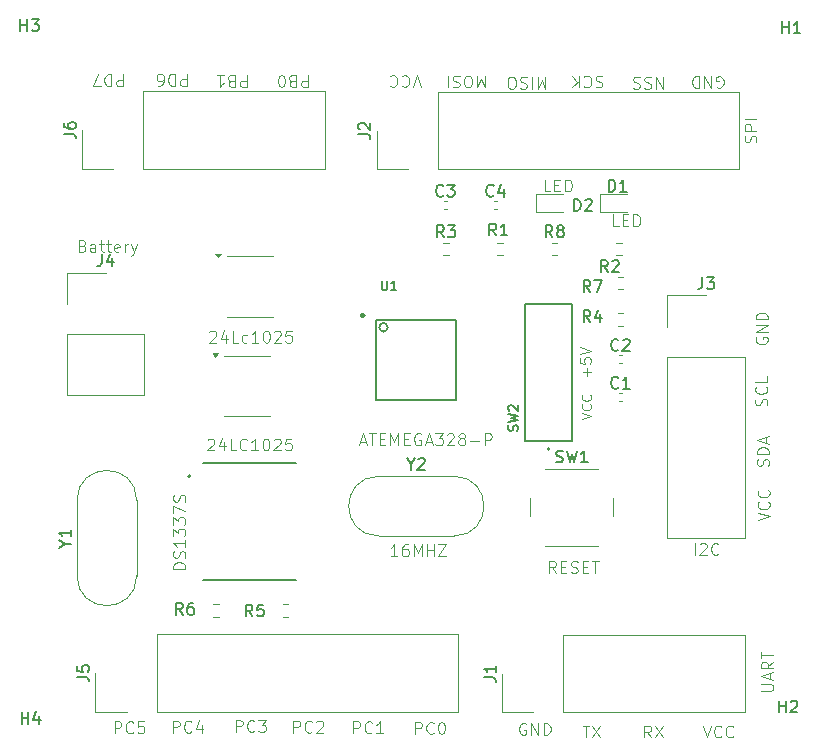
<source format=gbr>
%TF.GenerationSoftware,KiCad,Pcbnew,8.0.7*%
%TF.CreationDate,2025-03-27T15:31:39+02:00*%
%TF.ProjectId,DataLogger,44617461-4c6f-4676-9765-722e6b696361,V1.0*%
%TF.SameCoordinates,Original*%
%TF.FileFunction,Legend,Top*%
%TF.FilePolarity,Positive*%
%FSLAX46Y46*%
G04 Gerber Fmt 4.6, Leading zero omitted, Abs format (unit mm)*
G04 Created by KiCad (PCBNEW 8.0.7) date 2025-03-27 15:31:39*
%MOMM*%
%LPD*%
G01*
G04 APERTURE LIST*
%ADD10C,0.100000*%
%ADD11C,0.150000*%
%ADD12C,0.120000*%
%ADD13C,0.127000*%
%ADD14C,0.200000*%
%ADD15C,0.152400*%
%ADD16C,0.254000*%
G04 APERTURE END LIST*
D10*
X154380284Y-135762419D02*
X154380284Y-134762419D01*
X154380284Y-134762419D02*
X154761236Y-134762419D01*
X154761236Y-134762419D02*
X154856474Y-134810038D01*
X154856474Y-134810038D02*
X154904093Y-134857657D01*
X154904093Y-134857657D02*
X154951712Y-134952895D01*
X154951712Y-134952895D02*
X154951712Y-135095752D01*
X154951712Y-135095752D02*
X154904093Y-135190990D01*
X154904093Y-135190990D02*
X154856474Y-135238609D01*
X154856474Y-135238609D02*
X154761236Y-135286228D01*
X154761236Y-135286228D02*
X154380284Y-135286228D01*
X155951712Y-135667180D02*
X155904093Y-135714800D01*
X155904093Y-135714800D02*
X155761236Y-135762419D01*
X155761236Y-135762419D02*
X155665998Y-135762419D01*
X155665998Y-135762419D02*
X155523141Y-135714800D01*
X155523141Y-135714800D02*
X155427903Y-135619561D01*
X155427903Y-135619561D02*
X155380284Y-135524323D01*
X155380284Y-135524323D02*
X155332665Y-135333847D01*
X155332665Y-135333847D02*
X155332665Y-135190990D01*
X155332665Y-135190990D02*
X155380284Y-135000514D01*
X155380284Y-135000514D02*
X155427903Y-134905276D01*
X155427903Y-134905276D02*
X155523141Y-134810038D01*
X155523141Y-134810038D02*
X155665998Y-134762419D01*
X155665998Y-134762419D02*
X155761236Y-134762419D01*
X155761236Y-134762419D02*
X155904093Y-134810038D01*
X155904093Y-134810038D02*
X155951712Y-134857657D01*
X156570760Y-134762419D02*
X156665998Y-134762419D01*
X156665998Y-134762419D02*
X156761236Y-134810038D01*
X156761236Y-134810038D02*
X156808855Y-134857657D01*
X156808855Y-134857657D02*
X156856474Y-134952895D01*
X156856474Y-134952895D02*
X156904093Y-135143371D01*
X156904093Y-135143371D02*
X156904093Y-135381466D01*
X156904093Y-135381466D02*
X156856474Y-135571942D01*
X156856474Y-135571942D02*
X156808855Y-135667180D01*
X156808855Y-135667180D02*
X156761236Y-135714800D01*
X156761236Y-135714800D02*
X156665998Y-135762419D01*
X156665998Y-135762419D02*
X156570760Y-135762419D01*
X156570760Y-135762419D02*
X156475522Y-135714800D01*
X156475522Y-135714800D02*
X156427903Y-135667180D01*
X156427903Y-135667180D02*
X156380284Y-135571942D01*
X156380284Y-135571942D02*
X156332665Y-135381466D01*
X156332665Y-135381466D02*
X156332665Y-135143371D01*
X156332665Y-135143371D02*
X156380284Y-134952895D01*
X156380284Y-134952895D02*
X156427903Y-134857657D01*
X156427903Y-134857657D02*
X156475522Y-134810038D01*
X156475522Y-134810038D02*
X156570760Y-134762419D01*
X168464095Y-109128820D02*
X169264095Y-108862153D01*
X169264095Y-108862153D02*
X168464095Y-108595487D01*
X169187904Y-107871677D02*
X169226000Y-107909773D01*
X169226000Y-107909773D02*
X169264095Y-108024058D01*
X169264095Y-108024058D02*
X169264095Y-108100249D01*
X169264095Y-108100249D02*
X169226000Y-108214535D01*
X169226000Y-108214535D02*
X169149809Y-108290725D01*
X169149809Y-108290725D02*
X169073619Y-108328820D01*
X169073619Y-108328820D02*
X168921238Y-108366916D01*
X168921238Y-108366916D02*
X168806952Y-108366916D01*
X168806952Y-108366916D02*
X168654571Y-108328820D01*
X168654571Y-108328820D02*
X168578380Y-108290725D01*
X168578380Y-108290725D02*
X168502190Y-108214535D01*
X168502190Y-108214535D02*
X168464095Y-108100249D01*
X168464095Y-108100249D02*
X168464095Y-108024058D01*
X168464095Y-108024058D02*
X168502190Y-107909773D01*
X168502190Y-107909773D02*
X168540285Y-107871677D01*
X169187904Y-107071677D02*
X169226000Y-107109773D01*
X169226000Y-107109773D02*
X169264095Y-107224058D01*
X169264095Y-107224058D02*
X169264095Y-107300249D01*
X169264095Y-107300249D02*
X169226000Y-107414535D01*
X169226000Y-107414535D02*
X169149809Y-107490725D01*
X169149809Y-107490725D02*
X169073619Y-107528820D01*
X169073619Y-107528820D02*
X168921238Y-107566916D01*
X168921238Y-107566916D02*
X168806952Y-107566916D01*
X168806952Y-107566916D02*
X168654571Y-107528820D01*
X168654571Y-107528820D02*
X168578380Y-107490725D01*
X168578380Y-107490725D02*
X168502190Y-107414535D01*
X168502190Y-107414535D02*
X168464095Y-107300249D01*
X168464095Y-107300249D02*
X168464095Y-107224058D01*
X168464095Y-107224058D02*
X168502190Y-107109773D01*
X168502190Y-107109773D02*
X168540285Y-107071677D01*
X163743293Y-134911638D02*
X163648055Y-134864019D01*
X163648055Y-134864019D02*
X163505198Y-134864019D01*
X163505198Y-134864019D02*
X163362341Y-134911638D01*
X163362341Y-134911638D02*
X163267103Y-135006876D01*
X163267103Y-135006876D02*
X163219484Y-135102114D01*
X163219484Y-135102114D02*
X163171865Y-135292590D01*
X163171865Y-135292590D02*
X163171865Y-135435447D01*
X163171865Y-135435447D02*
X163219484Y-135625923D01*
X163219484Y-135625923D02*
X163267103Y-135721161D01*
X163267103Y-135721161D02*
X163362341Y-135816400D01*
X163362341Y-135816400D02*
X163505198Y-135864019D01*
X163505198Y-135864019D02*
X163600436Y-135864019D01*
X163600436Y-135864019D02*
X163743293Y-135816400D01*
X163743293Y-135816400D02*
X163790912Y-135768780D01*
X163790912Y-135768780D02*
X163790912Y-135435447D01*
X163790912Y-135435447D02*
X163600436Y-135435447D01*
X164219484Y-135864019D02*
X164219484Y-134864019D01*
X164219484Y-134864019D02*
X164790912Y-135864019D01*
X164790912Y-135864019D02*
X164790912Y-134864019D01*
X165267103Y-135864019D02*
X165267103Y-134864019D01*
X165267103Y-134864019D02*
X165505198Y-134864019D01*
X165505198Y-134864019D02*
X165648055Y-134911638D01*
X165648055Y-134911638D02*
X165743293Y-135006876D01*
X165743293Y-135006876D02*
X165790912Y-135102114D01*
X165790912Y-135102114D02*
X165838531Y-135292590D01*
X165838531Y-135292590D02*
X165838531Y-135435447D01*
X165838531Y-135435447D02*
X165790912Y-135625923D01*
X165790912Y-135625923D02*
X165743293Y-135721161D01*
X165743293Y-135721161D02*
X165648055Y-135816400D01*
X165648055Y-135816400D02*
X165505198Y-135864019D01*
X165505198Y-135864019D02*
X165267103Y-135864019D01*
X129642515Y-79934380D02*
X129642515Y-80934380D01*
X129642515Y-80934380D02*
X129261563Y-80934380D01*
X129261563Y-80934380D02*
X129166325Y-80886761D01*
X129166325Y-80886761D02*
X129118706Y-80839142D01*
X129118706Y-80839142D02*
X129071087Y-80743904D01*
X129071087Y-80743904D02*
X129071087Y-80601047D01*
X129071087Y-80601047D02*
X129118706Y-80505809D01*
X129118706Y-80505809D02*
X129166325Y-80458190D01*
X129166325Y-80458190D02*
X129261563Y-80410571D01*
X129261563Y-80410571D02*
X129642515Y-80410571D01*
X128642515Y-79934380D02*
X128642515Y-80934380D01*
X128642515Y-80934380D02*
X128404420Y-80934380D01*
X128404420Y-80934380D02*
X128261563Y-80886761D01*
X128261563Y-80886761D02*
X128166325Y-80791523D01*
X128166325Y-80791523D02*
X128118706Y-80696285D01*
X128118706Y-80696285D02*
X128071087Y-80505809D01*
X128071087Y-80505809D02*
X128071087Y-80362952D01*
X128071087Y-80362952D02*
X128118706Y-80172476D01*
X128118706Y-80172476D02*
X128166325Y-80077238D01*
X128166325Y-80077238D02*
X128261563Y-79982000D01*
X128261563Y-79982000D02*
X128404420Y-79934380D01*
X128404420Y-79934380D02*
X128642515Y-79934380D01*
X127737753Y-80934380D02*
X127071087Y-80934380D01*
X127071087Y-80934380D02*
X127499658Y-79934380D01*
X126214817Y-94446209D02*
X126357674Y-94493828D01*
X126357674Y-94493828D02*
X126405293Y-94541447D01*
X126405293Y-94541447D02*
X126452912Y-94636685D01*
X126452912Y-94636685D02*
X126452912Y-94779542D01*
X126452912Y-94779542D02*
X126405293Y-94874780D01*
X126405293Y-94874780D02*
X126357674Y-94922400D01*
X126357674Y-94922400D02*
X126262436Y-94970019D01*
X126262436Y-94970019D02*
X125881484Y-94970019D01*
X125881484Y-94970019D02*
X125881484Y-93970019D01*
X125881484Y-93970019D02*
X126214817Y-93970019D01*
X126214817Y-93970019D02*
X126310055Y-94017638D01*
X126310055Y-94017638D02*
X126357674Y-94065257D01*
X126357674Y-94065257D02*
X126405293Y-94160495D01*
X126405293Y-94160495D02*
X126405293Y-94255733D01*
X126405293Y-94255733D02*
X126357674Y-94350971D01*
X126357674Y-94350971D02*
X126310055Y-94398590D01*
X126310055Y-94398590D02*
X126214817Y-94446209D01*
X126214817Y-94446209D02*
X125881484Y-94446209D01*
X127310055Y-94970019D02*
X127310055Y-94446209D01*
X127310055Y-94446209D02*
X127262436Y-94350971D01*
X127262436Y-94350971D02*
X127167198Y-94303352D01*
X127167198Y-94303352D02*
X126976722Y-94303352D01*
X126976722Y-94303352D02*
X126881484Y-94350971D01*
X127310055Y-94922400D02*
X127214817Y-94970019D01*
X127214817Y-94970019D02*
X126976722Y-94970019D01*
X126976722Y-94970019D02*
X126881484Y-94922400D01*
X126881484Y-94922400D02*
X126833865Y-94827161D01*
X126833865Y-94827161D02*
X126833865Y-94731923D01*
X126833865Y-94731923D02*
X126881484Y-94636685D01*
X126881484Y-94636685D02*
X126976722Y-94589066D01*
X126976722Y-94589066D02*
X127214817Y-94589066D01*
X127214817Y-94589066D02*
X127310055Y-94541447D01*
X127643389Y-94303352D02*
X128024341Y-94303352D01*
X127786246Y-93970019D02*
X127786246Y-94827161D01*
X127786246Y-94827161D02*
X127833865Y-94922400D01*
X127833865Y-94922400D02*
X127929103Y-94970019D01*
X127929103Y-94970019D02*
X128024341Y-94970019D01*
X128214818Y-94303352D02*
X128595770Y-94303352D01*
X128357675Y-93970019D02*
X128357675Y-94827161D01*
X128357675Y-94827161D02*
X128405294Y-94922400D01*
X128405294Y-94922400D02*
X128500532Y-94970019D01*
X128500532Y-94970019D02*
X128595770Y-94970019D01*
X129310056Y-94922400D02*
X129214818Y-94970019D01*
X129214818Y-94970019D02*
X129024342Y-94970019D01*
X129024342Y-94970019D02*
X128929104Y-94922400D01*
X128929104Y-94922400D02*
X128881485Y-94827161D01*
X128881485Y-94827161D02*
X128881485Y-94446209D01*
X128881485Y-94446209D02*
X128929104Y-94350971D01*
X128929104Y-94350971D02*
X129024342Y-94303352D01*
X129024342Y-94303352D02*
X129214818Y-94303352D01*
X129214818Y-94303352D02*
X129310056Y-94350971D01*
X129310056Y-94350971D02*
X129357675Y-94446209D01*
X129357675Y-94446209D02*
X129357675Y-94541447D01*
X129357675Y-94541447D02*
X128881485Y-94636685D01*
X129786247Y-94970019D02*
X129786247Y-94303352D01*
X129786247Y-94493828D02*
X129833866Y-94398590D01*
X129833866Y-94398590D02*
X129881485Y-94350971D01*
X129881485Y-94350971D02*
X129976723Y-94303352D01*
X129976723Y-94303352D02*
X130071961Y-94303352D01*
X130310057Y-94303352D02*
X130548152Y-94970019D01*
X130786247Y-94303352D02*
X130548152Y-94970019D01*
X130548152Y-94970019D02*
X130452914Y-95208114D01*
X130452914Y-95208114D02*
X130405295Y-95255733D01*
X130405295Y-95255733D02*
X130310057Y-95303352D01*
X140107315Y-79985180D02*
X140107315Y-80985180D01*
X140107315Y-80985180D02*
X139726363Y-80985180D01*
X139726363Y-80985180D02*
X139631125Y-80937561D01*
X139631125Y-80937561D02*
X139583506Y-80889942D01*
X139583506Y-80889942D02*
X139535887Y-80794704D01*
X139535887Y-80794704D02*
X139535887Y-80651847D01*
X139535887Y-80651847D02*
X139583506Y-80556609D01*
X139583506Y-80556609D02*
X139631125Y-80508990D01*
X139631125Y-80508990D02*
X139726363Y-80461371D01*
X139726363Y-80461371D02*
X140107315Y-80461371D01*
X138773982Y-80508990D02*
X138631125Y-80461371D01*
X138631125Y-80461371D02*
X138583506Y-80413752D01*
X138583506Y-80413752D02*
X138535887Y-80318514D01*
X138535887Y-80318514D02*
X138535887Y-80175657D01*
X138535887Y-80175657D02*
X138583506Y-80080419D01*
X138583506Y-80080419D02*
X138631125Y-80032800D01*
X138631125Y-80032800D02*
X138726363Y-79985180D01*
X138726363Y-79985180D02*
X139107315Y-79985180D01*
X139107315Y-79985180D02*
X139107315Y-80985180D01*
X139107315Y-80985180D02*
X138773982Y-80985180D01*
X138773982Y-80985180D02*
X138678744Y-80937561D01*
X138678744Y-80937561D02*
X138631125Y-80889942D01*
X138631125Y-80889942D02*
X138583506Y-80794704D01*
X138583506Y-80794704D02*
X138583506Y-80699466D01*
X138583506Y-80699466D02*
X138631125Y-80604228D01*
X138631125Y-80604228D02*
X138678744Y-80556609D01*
X138678744Y-80556609D02*
X138773982Y-80508990D01*
X138773982Y-80508990D02*
X139107315Y-80508990D01*
X137583506Y-79985180D02*
X138154934Y-79985180D01*
X137869220Y-79985180D02*
X137869220Y-80985180D01*
X137869220Y-80985180D02*
X137964458Y-80842323D01*
X137964458Y-80842323D02*
X138059696Y-80747085D01*
X138059696Y-80747085D02*
X138154934Y-80699466D01*
X179918706Y-81039161D02*
X180013944Y-81086780D01*
X180013944Y-81086780D02*
X180156801Y-81086780D01*
X180156801Y-81086780D02*
X180299658Y-81039161D01*
X180299658Y-81039161D02*
X180394896Y-80943923D01*
X180394896Y-80943923D02*
X180442515Y-80848685D01*
X180442515Y-80848685D02*
X180490134Y-80658209D01*
X180490134Y-80658209D02*
X180490134Y-80515352D01*
X180490134Y-80515352D02*
X180442515Y-80324876D01*
X180442515Y-80324876D02*
X180394896Y-80229638D01*
X180394896Y-80229638D02*
X180299658Y-80134400D01*
X180299658Y-80134400D02*
X180156801Y-80086780D01*
X180156801Y-80086780D02*
X180061563Y-80086780D01*
X180061563Y-80086780D02*
X179918706Y-80134400D01*
X179918706Y-80134400D02*
X179871087Y-80182019D01*
X179871087Y-80182019D02*
X179871087Y-80515352D01*
X179871087Y-80515352D02*
X180061563Y-80515352D01*
X179442515Y-80086780D02*
X179442515Y-81086780D01*
X179442515Y-81086780D02*
X178871087Y-80086780D01*
X178871087Y-80086780D02*
X178871087Y-81086780D01*
X178394896Y-80086780D02*
X178394896Y-81086780D01*
X178394896Y-81086780D02*
X178156801Y-81086780D01*
X178156801Y-81086780D02*
X178013944Y-81039161D01*
X178013944Y-81039161D02*
X177918706Y-80943923D01*
X177918706Y-80943923D02*
X177871087Y-80848685D01*
X177871087Y-80848685D02*
X177823468Y-80658209D01*
X177823468Y-80658209D02*
X177823468Y-80515352D01*
X177823468Y-80515352D02*
X177871087Y-80324876D01*
X177871087Y-80324876D02*
X177918706Y-80229638D01*
X177918706Y-80229638D02*
X178013944Y-80134400D01*
X178013944Y-80134400D02*
X178156801Y-80086780D01*
X178156801Y-80086780D02*
X178394896Y-80086780D01*
X166280112Y-122148019D02*
X165946779Y-121671828D01*
X165708684Y-122148019D02*
X165708684Y-121148019D01*
X165708684Y-121148019D02*
X166089636Y-121148019D01*
X166089636Y-121148019D02*
X166184874Y-121195638D01*
X166184874Y-121195638D02*
X166232493Y-121243257D01*
X166232493Y-121243257D02*
X166280112Y-121338495D01*
X166280112Y-121338495D02*
X166280112Y-121481352D01*
X166280112Y-121481352D02*
X166232493Y-121576590D01*
X166232493Y-121576590D02*
X166184874Y-121624209D01*
X166184874Y-121624209D02*
X166089636Y-121671828D01*
X166089636Y-121671828D02*
X165708684Y-121671828D01*
X166708684Y-121624209D02*
X167042017Y-121624209D01*
X167184874Y-122148019D02*
X166708684Y-122148019D01*
X166708684Y-122148019D02*
X166708684Y-121148019D01*
X166708684Y-121148019D02*
X167184874Y-121148019D01*
X167565827Y-122100400D02*
X167708684Y-122148019D01*
X167708684Y-122148019D02*
X167946779Y-122148019D01*
X167946779Y-122148019D02*
X168042017Y-122100400D01*
X168042017Y-122100400D02*
X168089636Y-122052780D01*
X168089636Y-122052780D02*
X168137255Y-121957542D01*
X168137255Y-121957542D02*
X168137255Y-121862304D01*
X168137255Y-121862304D02*
X168089636Y-121767066D01*
X168089636Y-121767066D02*
X168042017Y-121719447D01*
X168042017Y-121719447D02*
X167946779Y-121671828D01*
X167946779Y-121671828D02*
X167756303Y-121624209D01*
X167756303Y-121624209D02*
X167661065Y-121576590D01*
X167661065Y-121576590D02*
X167613446Y-121528971D01*
X167613446Y-121528971D02*
X167565827Y-121433733D01*
X167565827Y-121433733D02*
X167565827Y-121338495D01*
X167565827Y-121338495D02*
X167613446Y-121243257D01*
X167613446Y-121243257D02*
X167661065Y-121195638D01*
X167661065Y-121195638D02*
X167756303Y-121148019D01*
X167756303Y-121148019D02*
X167994398Y-121148019D01*
X167994398Y-121148019D02*
X168137255Y-121195638D01*
X168565827Y-121624209D02*
X168899160Y-121624209D01*
X169042017Y-122148019D02*
X168565827Y-122148019D01*
X168565827Y-122148019D02*
X168565827Y-121148019D01*
X168565827Y-121148019D02*
X169042017Y-121148019D01*
X169327732Y-121148019D02*
X169899160Y-121148019D01*
X169613446Y-122148019D02*
X169613446Y-121148019D01*
X128929484Y-135711619D02*
X128929484Y-134711619D01*
X128929484Y-134711619D02*
X129310436Y-134711619D01*
X129310436Y-134711619D02*
X129405674Y-134759238D01*
X129405674Y-134759238D02*
X129453293Y-134806857D01*
X129453293Y-134806857D02*
X129500912Y-134902095D01*
X129500912Y-134902095D02*
X129500912Y-135044952D01*
X129500912Y-135044952D02*
X129453293Y-135140190D01*
X129453293Y-135140190D02*
X129405674Y-135187809D01*
X129405674Y-135187809D02*
X129310436Y-135235428D01*
X129310436Y-135235428D02*
X128929484Y-135235428D01*
X130500912Y-135616380D02*
X130453293Y-135664000D01*
X130453293Y-135664000D02*
X130310436Y-135711619D01*
X130310436Y-135711619D02*
X130215198Y-135711619D01*
X130215198Y-135711619D02*
X130072341Y-135664000D01*
X130072341Y-135664000D02*
X129977103Y-135568761D01*
X129977103Y-135568761D02*
X129929484Y-135473523D01*
X129929484Y-135473523D02*
X129881865Y-135283047D01*
X129881865Y-135283047D02*
X129881865Y-135140190D01*
X129881865Y-135140190D02*
X129929484Y-134949714D01*
X129929484Y-134949714D02*
X129977103Y-134854476D01*
X129977103Y-134854476D02*
X130072341Y-134759238D01*
X130072341Y-134759238D02*
X130215198Y-134711619D01*
X130215198Y-134711619D02*
X130310436Y-134711619D01*
X130310436Y-134711619D02*
X130453293Y-134759238D01*
X130453293Y-134759238D02*
X130500912Y-134806857D01*
X131405674Y-134711619D02*
X130929484Y-134711619D01*
X130929484Y-134711619D02*
X130881865Y-135187809D01*
X130881865Y-135187809D02*
X130929484Y-135140190D01*
X130929484Y-135140190D02*
X131024722Y-135092571D01*
X131024722Y-135092571D02*
X131262817Y-135092571D01*
X131262817Y-135092571D02*
X131358055Y-135140190D01*
X131358055Y-135140190D02*
X131405674Y-135187809D01*
X131405674Y-135187809D02*
X131453293Y-135283047D01*
X131453293Y-135283047D02*
X131453293Y-135521142D01*
X131453293Y-135521142D02*
X131405674Y-135616380D01*
X131405674Y-135616380D02*
X131358055Y-135664000D01*
X131358055Y-135664000D02*
X131262817Y-135711619D01*
X131262817Y-135711619D02*
X131024722Y-135711619D01*
X131024722Y-135711619D02*
X130929484Y-135664000D01*
X130929484Y-135664000D02*
X130881865Y-135616380D01*
X165829274Y-89839219D02*
X165353084Y-89839219D01*
X165353084Y-89839219D02*
X165353084Y-88839219D01*
X166162608Y-89315409D02*
X166495941Y-89315409D01*
X166638798Y-89839219D02*
X166162608Y-89839219D01*
X166162608Y-89839219D02*
X166162608Y-88839219D01*
X166162608Y-88839219D02*
X166638798Y-88839219D01*
X167067370Y-89839219D02*
X167067370Y-88839219D01*
X167067370Y-88839219D02*
X167305465Y-88839219D01*
X167305465Y-88839219D02*
X167448322Y-88886838D01*
X167448322Y-88886838D02*
X167543560Y-88982076D01*
X167543560Y-88982076D02*
X167591179Y-89077314D01*
X167591179Y-89077314D02*
X167638798Y-89267790D01*
X167638798Y-89267790D02*
X167638798Y-89410647D01*
X167638798Y-89410647D02*
X167591179Y-89601123D01*
X167591179Y-89601123D02*
X167543560Y-89696361D01*
X167543560Y-89696361D02*
X167448322Y-89791600D01*
X167448322Y-89791600D02*
X167305465Y-89839219D01*
X167305465Y-89839219D02*
X167067370Y-89839219D01*
X174357312Y-136067219D02*
X174023979Y-135591028D01*
X173785884Y-136067219D02*
X173785884Y-135067219D01*
X173785884Y-135067219D02*
X174166836Y-135067219D01*
X174166836Y-135067219D02*
X174262074Y-135114838D01*
X174262074Y-135114838D02*
X174309693Y-135162457D01*
X174309693Y-135162457D02*
X174357312Y-135257695D01*
X174357312Y-135257695D02*
X174357312Y-135400552D01*
X174357312Y-135400552D02*
X174309693Y-135495790D01*
X174309693Y-135495790D02*
X174262074Y-135543409D01*
X174262074Y-135543409D02*
X174166836Y-135591028D01*
X174166836Y-135591028D02*
X173785884Y-135591028D01*
X174690646Y-135067219D02*
X175357312Y-136067219D01*
X175357312Y-135067219D02*
X174690646Y-136067219D01*
X149709865Y-111041904D02*
X150186055Y-111041904D01*
X149614627Y-111327619D02*
X149947960Y-110327619D01*
X149947960Y-110327619D02*
X150281293Y-111327619D01*
X150471770Y-110327619D02*
X151043198Y-110327619D01*
X150757484Y-111327619D02*
X150757484Y-110327619D01*
X151376532Y-110803809D02*
X151709865Y-110803809D01*
X151852722Y-111327619D02*
X151376532Y-111327619D01*
X151376532Y-111327619D02*
X151376532Y-110327619D01*
X151376532Y-110327619D02*
X151852722Y-110327619D01*
X152281294Y-111327619D02*
X152281294Y-110327619D01*
X152281294Y-110327619D02*
X152614627Y-111041904D01*
X152614627Y-111041904D02*
X152947960Y-110327619D01*
X152947960Y-110327619D02*
X152947960Y-111327619D01*
X153424151Y-110803809D02*
X153757484Y-110803809D01*
X153900341Y-111327619D02*
X153424151Y-111327619D01*
X153424151Y-111327619D02*
X153424151Y-110327619D01*
X153424151Y-110327619D02*
X153900341Y-110327619D01*
X154852722Y-110375238D02*
X154757484Y-110327619D01*
X154757484Y-110327619D02*
X154614627Y-110327619D01*
X154614627Y-110327619D02*
X154471770Y-110375238D01*
X154471770Y-110375238D02*
X154376532Y-110470476D01*
X154376532Y-110470476D02*
X154328913Y-110565714D01*
X154328913Y-110565714D02*
X154281294Y-110756190D01*
X154281294Y-110756190D02*
X154281294Y-110899047D01*
X154281294Y-110899047D02*
X154328913Y-111089523D01*
X154328913Y-111089523D02*
X154376532Y-111184761D01*
X154376532Y-111184761D02*
X154471770Y-111280000D01*
X154471770Y-111280000D02*
X154614627Y-111327619D01*
X154614627Y-111327619D02*
X154709865Y-111327619D01*
X154709865Y-111327619D02*
X154852722Y-111280000D01*
X154852722Y-111280000D02*
X154900341Y-111232380D01*
X154900341Y-111232380D02*
X154900341Y-110899047D01*
X154900341Y-110899047D02*
X154709865Y-110899047D01*
X155281294Y-111041904D02*
X155757484Y-111041904D01*
X155186056Y-111327619D02*
X155519389Y-110327619D01*
X155519389Y-110327619D02*
X155852722Y-111327619D01*
X156090818Y-110327619D02*
X156709865Y-110327619D01*
X156709865Y-110327619D02*
X156376532Y-110708571D01*
X156376532Y-110708571D02*
X156519389Y-110708571D01*
X156519389Y-110708571D02*
X156614627Y-110756190D01*
X156614627Y-110756190D02*
X156662246Y-110803809D01*
X156662246Y-110803809D02*
X156709865Y-110899047D01*
X156709865Y-110899047D02*
X156709865Y-111137142D01*
X156709865Y-111137142D02*
X156662246Y-111232380D01*
X156662246Y-111232380D02*
X156614627Y-111280000D01*
X156614627Y-111280000D02*
X156519389Y-111327619D01*
X156519389Y-111327619D02*
X156233675Y-111327619D01*
X156233675Y-111327619D02*
X156138437Y-111280000D01*
X156138437Y-111280000D02*
X156090818Y-111232380D01*
X157090818Y-110422857D02*
X157138437Y-110375238D01*
X157138437Y-110375238D02*
X157233675Y-110327619D01*
X157233675Y-110327619D02*
X157471770Y-110327619D01*
X157471770Y-110327619D02*
X157567008Y-110375238D01*
X157567008Y-110375238D02*
X157614627Y-110422857D01*
X157614627Y-110422857D02*
X157662246Y-110518095D01*
X157662246Y-110518095D02*
X157662246Y-110613333D01*
X157662246Y-110613333D02*
X157614627Y-110756190D01*
X157614627Y-110756190D02*
X157043199Y-111327619D01*
X157043199Y-111327619D02*
X157662246Y-111327619D01*
X158233675Y-110756190D02*
X158138437Y-110708571D01*
X158138437Y-110708571D02*
X158090818Y-110660952D01*
X158090818Y-110660952D02*
X158043199Y-110565714D01*
X158043199Y-110565714D02*
X158043199Y-110518095D01*
X158043199Y-110518095D02*
X158090818Y-110422857D01*
X158090818Y-110422857D02*
X158138437Y-110375238D01*
X158138437Y-110375238D02*
X158233675Y-110327619D01*
X158233675Y-110327619D02*
X158424151Y-110327619D01*
X158424151Y-110327619D02*
X158519389Y-110375238D01*
X158519389Y-110375238D02*
X158567008Y-110422857D01*
X158567008Y-110422857D02*
X158614627Y-110518095D01*
X158614627Y-110518095D02*
X158614627Y-110565714D01*
X158614627Y-110565714D02*
X158567008Y-110660952D01*
X158567008Y-110660952D02*
X158519389Y-110708571D01*
X158519389Y-110708571D02*
X158424151Y-110756190D01*
X158424151Y-110756190D02*
X158233675Y-110756190D01*
X158233675Y-110756190D02*
X158138437Y-110803809D01*
X158138437Y-110803809D02*
X158090818Y-110851428D01*
X158090818Y-110851428D02*
X158043199Y-110946666D01*
X158043199Y-110946666D02*
X158043199Y-111137142D01*
X158043199Y-111137142D02*
X158090818Y-111232380D01*
X158090818Y-111232380D02*
X158138437Y-111280000D01*
X158138437Y-111280000D02*
X158233675Y-111327619D01*
X158233675Y-111327619D02*
X158424151Y-111327619D01*
X158424151Y-111327619D02*
X158519389Y-111280000D01*
X158519389Y-111280000D02*
X158567008Y-111232380D01*
X158567008Y-111232380D02*
X158614627Y-111137142D01*
X158614627Y-111137142D02*
X158614627Y-110946666D01*
X158614627Y-110946666D02*
X158567008Y-110851428D01*
X158567008Y-110851428D02*
X158519389Y-110803809D01*
X158519389Y-110803809D02*
X158424151Y-110756190D01*
X159043199Y-110946666D02*
X159805104Y-110946666D01*
X160281294Y-111327619D02*
X160281294Y-110327619D01*
X160281294Y-110327619D02*
X160662246Y-110327619D01*
X160662246Y-110327619D02*
X160757484Y-110375238D01*
X160757484Y-110375238D02*
X160805103Y-110422857D01*
X160805103Y-110422857D02*
X160852722Y-110518095D01*
X160852722Y-110518095D02*
X160852722Y-110660952D01*
X160852722Y-110660952D02*
X160805103Y-110756190D01*
X160805103Y-110756190D02*
X160757484Y-110803809D01*
X160757484Y-110803809D02*
X160662246Y-110851428D01*
X160662246Y-110851428D02*
X160281294Y-110851428D01*
X184127200Y-107947734D02*
X184174819Y-107804877D01*
X184174819Y-107804877D02*
X184174819Y-107566782D01*
X184174819Y-107566782D02*
X184127200Y-107471544D01*
X184127200Y-107471544D02*
X184079580Y-107423925D01*
X184079580Y-107423925D02*
X183984342Y-107376306D01*
X183984342Y-107376306D02*
X183889104Y-107376306D01*
X183889104Y-107376306D02*
X183793866Y-107423925D01*
X183793866Y-107423925D02*
X183746247Y-107471544D01*
X183746247Y-107471544D02*
X183698628Y-107566782D01*
X183698628Y-107566782D02*
X183651009Y-107757258D01*
X183651009Y-107757258D02*
X183603390Y-107852496D01*
X183603390Y-107852496D02*
X183555771Y-107900115D01*
X183555771Y-107900115D02*
X183460533Y-107947734D01*
X183460533Y-107947734D02*
X183365295Y-107947734D01*
X183365295Y-107947734D02*
X183270057Y-107900115D01*
X183270057Y-107900115D02*
X183222438Y-107852496D01*
X183222438Y-107852496D02*
X183174819Y-107757258D01*
X183174819Y-107757258D02*
X183174819Y-107519163D01*
X183174819Y-107519163D02*
X183222438Y-107376306D01*
X184079580Y-106376306D02*
X184127200Y-106423925D01*
X184127200Y-106423925D02*
X184174819Y-106566782D01*
X184174819Y-106566782D02*
X184174819Y-106662020D01*
X184174819Y-106662020D02*
X184127200Y-106804877D01*
X184127200Y-106804877D02*
X184031961Y-106900115D01*
X184031961Y-106900115D02*
X183936723Y-106947734D01*
X183936723Y-106947734D02*
X183746247Y-106995353D01*
X183746247Y-106995353D02*
X183603390Y-106995353D01*
X183603390Y-106995353D02*
X183412914Y-106947734D01*
X183412914Y-106947734D02*
X183317676Y-106900115D01*
X183317676Y-106900115D02*
X183222438Y-106804877D01*
X183222438Y-106804877D02*
X183174819Y-106662020D01*
X183174819Y-106662020D02*
X183174819Y-106566782D01*
X183174819Y-106566782D02*
X183222438Y-106423925D01*
X183222438Y-106423925D02*
X183270057Y-106376306D01*
X184174819Y-105471544D02*
X184174819Y-105947734D01*
X184174819Y-105947734D02*
X183174819Y-105947734D01*
X160274915Y-80035980D02*
X160274915Y-81035980D01*
X160274915Y-81035980D02*
X159941582Y-80321695D01*
X159941582Y-80321695D02*
X159608249Y-81035980D01*
X159608249Y-81035980D02*
X159608249Y-80035980D01*
X158941582Y-81035980D02*
X158751106Y-81035980D01*
X158751106Y-81035980D02*
X158655868Y-80988361D01*
X158655868Y-80988361D02*
X158560630Y-80893123D01*
X158560630Y-80893123D02*
X158513011Y-80702647D01*
X158513011Y-80702647D02*
X158513011Y-80369314D01*
X158513011Y-80369314D02*
X158560630Y-80178838D01*
X158560630Y-80178838D02*
X158655868Y-80083600D01*
X158655868Y-80083600D02*
X158751106Y-80035980D01*
X158751106Y-80035980D02*
X158941582Y-80035980D01*
X158941582Y-80035980D02*
X159036820Y-80083600D01*
X159036820Y-80083600D02*
X159132058Y-80178838D01*
X159132058Y-80178838D02*
X159179677Y-80369314D01*
X159179677Y-80369314D02*
X159179677Y-80702647D01*
X159179677Y-80702647D02*
X159132058Y-80893123D01*
X159132058Y-80893123D02*
X159036820Y-80988361D01*
X159036820Y-80988361D02*
X158941582Y-81035980D01*
X158132058Y-80083600D02*
X157989201Y-80035980D01*
X157989201Y-80035980D02*
X157751106Y-80035980D01*
X157751106Y-80035980D02*
X157655868Y-80083600D01*
X157655868Y-80083600D02*
X157608249Y-80131219D01*
X157608249Y-80131219D02*
X157560630Y-80226457D01*
X157560630Y-80226457D02*
X157560630Y-80321695D01*
X157560630Y-80321695D02*
X157608249Y-80416933D01*
X157608249Y-80416933D02*
X157655868Y-80464552D01*
X157655868Y-80464552D02*
X157751106Y-80512171D01*
X157751106Y-80512171D02*
X157941582Y-80559790D01*
X157941582Y-80559790D02*
X158036820Y-80607409D01*
X158036820Y-80607409D02*
X158084439Y-80655028D01*
X158084439Y-80655028D02*
X158132058Y-80750266D01*
X158132058Y-80750266D02*
X158132058Y-80845504D01*
X158132058Y-80845504D02*
X158084439Y-80940742D01*
X158084439Y-80940742D02*
X158036820Y-80988361D01*
X158036820Y-80988361D02*
X157941582Y-81035980D01*
X157941582Y-81035980D02*
X157703487Y-81035980D01*
X157703487Y-81035980D02*
X157560630Y-80988361D01*
X157132058Y-80035980D02*
X157132058Y-81035980D01*
X171620474Y-92785619D02*
X171144284Y-92785619D01*
X171144284Y-92785619D02*
X171144284Y-91785619D01*
X171953808Y-92261809D02*
X172287141Y-92261809D01*
X172429998Y-92785619D02*
X171953808Y-92785619D01*
X171953808Y-92785619D02*
X171953808Y-91785619D01*
X171953808Y-91785619D02*
X172429998Y-91785619D01*
X172858570Y-92785619D02*
X172858570Y-91785619D01*
X172858570Y-91785619D02*
X173096665Y-91785619D01*
X173096665Y-91785619D02*
X173239522Y-91833238D01*
X173239522Y-91833238D02*
X173334760Y-91928476D01*
X173334760Y-91928476D02*
X173382379Y-92023714D01*
X173382379Y-92023714D02*
X173429998Y-92214190D01*
X173429998Y-92214190D02*
X173429998Y-92357047D01*
X173429998Y-92357047D02*
X173382379Y-92547523D01*
X173382379Y-92547523D02*
X173334760Y-92642761D01*
X173334760Y-92642761D02*
X173239522Y-92738000D01*
X173239522Y-92738000D02*
X173096665Y-92785619D01*
X173096665Y-92785619D02*
X172858570Y-92785619D01*
X136959065Y-101736057D02*
X137006684Y-101688438D01*
X137006684Y-101688438D02*
X137101922Y-101640819D01*
X137101922Y-101640819D02*
X137340017Y-101640819D01*
X137340017Y-101640819D02*
X137435255Y-101688438D01*
X137435255Y-101688438D02*
X137482874Y-101736057D01*
X137482874Y-101736057D02*
X137530493Y-101831295D01*
X137530493Y-101831295D02*
X137530493Y-101926533D01*
X137530493Y-101926533D02*
X137482874Y-102069390D01*
X137482874Y-102069390D02*
X136911446Y-102640819D01*
X136911446Y-102640819D02*
X137530493Y-102640819D01*
X138387636Y-101974152D02*
X138387636Y-102640819D01*
X138149541Y-101593200D02*
X137911446Y-102307485D01*
X137911446Y-102307485D02*
X138530493Y-102307485D01*
X139387636Y-102640819D02*
X138911446Y-102640819D01*
X138911446Y-102640819D02*
X138911446Y-101640819D01*
X140149541Y-102593200D02*
X140054303Y-102640819D01*
X140054303Y-102640819D02*
X139863827Y-102640819D01*
X139863827Y-102640819D02*
X139768589Y-102593200D01*
X139768589Y-102593200D02*
X139720970Y-102545580D01*
X139720970Y-102545580D02*
X139673351Y-102450342D01*
X139673351Y-102450342D02*
X139673351Y-102164628D01*
X139673351Y-102164628D02*
X139720970Y-102069390D01*
X139720970Y-102069390D02*
X139768589Y-102021771D01*
X139768589Y-102021771D02*
X139863827Y-101974152D01*
X139863827Y-101974152D02*
X140054303Y-101974152D01*
X140054303Y-101974152D02*
X140149541Y-102021771D01*
X141101922Y-102640819D02*
X140530494Y-102640819D01*
X140816208Y-102640819D02*
X140816208Y-101640819D01*
X140816208Y-101640819D02*
X140720970Y-101783676D01*
X140720970Y-101783676D02*
X140625732Y-101878914D01*
X140625732Y-101878914D02*
X140530494Y-101926533D01*
X141720970Y-101640819D02*
X141816208Y-101640819D01*
X141816208Y-101640819D02*
X141911446Y-101688438D01*
X141911446Y-101688438D02*
X141959065Y-101736057D01*
X141959065Y-101736057D02*
X142006684Y-101831295D01*
X142006684Y-101831295D02*
X142054303Y-102021771D01*
X142054303Y-102021771D02*
X142054303Y-102259866D01*
X142054303Y-102259866D02*
X142006684Y-102450342D01*
X142006684Y-102450342D02*
X141959065Y-102545580D01*
X141959065Y-102545580D02*
X141911446Y-102593200D01*
X141911446Y-102593200D02*
X141816208Y-102640819D01*
X141816208Y-102640819D02*
X141720970Y-102640819D01*
X141720970Y-102640819D02*
X141625732Y-102593200D01*
X141625732Y-102593200D02*
X141578113Y-102545580D01*
X141578113Y-102545580D02*
X141530494Y-102450342D01*
X141530494Y-102450342D02*
X141482875Y-102259866D01*
X141482875Y-102259866D02*
X141482875Y-102021771D01*
X141482875Y-102021771D02*
X141530494Y-101831295D01*
X141530494Y-101831295D02*
X141578113Y-101736057D01*
X141578113Y-101736057D02*
X141625732Y-101688438D01*
X141625732Y-101688438D02*
X141720970Y-101640819D01*
X142435256Y-101736057D02*
X142482875Y-101688438D01*
X142482875Y-101688438D02*
X142578113Y-101640819D01*
X142578113Y-101640819D02*
X142816208Y-101640819D01*
X142816208Y-101640819D02*
X142911446Y-101688438D01*
X142911446Y-101688438D02*
X142959065Y-101736057D01*
X142959065Y-101736057D02*
X143006684Y-101831295D01*
X143006684Y-101831295D02*
X143006684Y-101926533D01*
X143006684Y-101926533D02*
X142959065Y-102069390D01*
X142959065Y-102069390D02*
X142387637Y-102640819D01*
X142387637Y-102640819D02*
X143006684Y-102640819D01*
X143911446Y-101640819D02*
X143435256Y-101640819D01*
X143435256Y-101640819D02*
X143387637Y-102117009D01*
X143387637Y-102117009D02*
X143435256Y-102069390D01*
X143435256Y-102069390D02*
X143530494Y-102021771D01*
X143530494Y-102021771D02*
X143768589Y-102021771D01*
X143768589Y-102021771D02*
X143863827Y-102069390D01*
X143863827Y-102069390D02*
X143911446Y-102117009D01*
X143911446Y-102117009D02*
X143959065Y-102212247D01*
X143959065Y-102212247D02*
X143959065Y-102450342D01*
X143959065Y-102450342D02*
X143911446Y-102545580D01*
X143911446Y-102545580D02*
X143863827Y-102593200D01*
X143863827Y-102593200D02*
X143768589Y-102640819D01*
X143768589Y-102640819D02*
X143530494Y-102640819D01*
X143530494Y-102640819D02*
X143435256Y-102593200D01*
X143435256Y-102593200D02*
X143387637Y-102545580D01*
X183682819Y-132131715D02*
X184492342Y-132131715D01*
X184492342Y-132131715D02*
X184587580Y-132084096D01*
X184587580Y-132084096D02*
X184635200Y-132036477D01*
X184635200Y-132036477D02*
X184682819Y-131941239D01*
X184682819Y-131941239D02*
X184682819Y-131750763D01*
X184682819Y-131750763D02*
X184635200Y-131655525D01*
X184635200Y-131655525D02*
X184587580Y-131607906D01*
X184587580Y-131607906D02*
X184492342Y-131560287D01*
X184492342Y-131560287D02*
X183682819Y-131560287D01*
X184397104Y-131131715D02*
X184397104Y-130655525D01*
X184682819Y-131226953D02*
X183682819Y-130893620D01*
X183682819Y-130893620D02*
X184682819Y-130560287D01*
X184682819Y-129655525D02*
X184206628Y-129988858D01*
X184682819Y-130226953D02*
X183682819Y-130226953D01*
X183682819Y-130226953D02*
X183682819Y-129846001D01*
X183682819Y-129846001D02*
X183730438Y-129750763D01*
X183730438Y-129750763D02*
X183778057Y-129703144D01*
X183778057Y-129703144D02*
X183873295Y-129655525D01*
X183873295Y-129655525D02*
X184016152Y-129655525D01*
X184016152Y-129655525D02*
X184111390Y-129703144D01*
X184111390Y-129703144D02*
X184159009Y-129750763D01*
X184159009Y-129750763D02*
X184206628Y-129846001D01*
X184206628Y-129846001D02*
X184206628Y-130226953D01*
X183682819Y-129369810D02*
X183682819Y-128798382D01*
X184682819Y-129084096D02*
X183682819Y-129084096D01*
X133857084Y-135660819D02*
X133857084Y-134660819D01*
X133857084Y-134660819D02*
X134238036Y-134660819D01*
X134238036Y-134660819D02*
X134333274Y-134708438D01*
X134333274Y-134708438D02*
X134380893Y-134756057D01*
X134380893Y-134756057D02*
X134428512Y-134851295D01*
X134428512Y-134851295D02*
X134428512Y-134994152D01*
X134428512Y-134994152D02*
X134380893Y-135089390D01*
X134380893Y-135089390D02*
X134333274Y-135137009D01*
X134333274Y-135137009D02*
X134238036Y-135184628D01*
X134238036Y-135184628D02*
X133857084Y-135184628D01*
X135428512Y-135565580D02*
X135380893Y-135613200D01*
X135380893Y-135613200D02*
X135238036Y-135660819D01*
X135238036Y-135660819D02*
X135142798Y-135660819D01*
X135142798Y-135660819D02*
X134999941Y-135613200D01*
X134999941Y-135613200D02*
X134904703Y-135517961D01*
X134904703Y-135517961D02*
X134857084Y-135422723D01*
X134857084Y-135422723D02*
X134809465Y-135232247D01*
X134809465Y-135232247D02*
X134809465Y-135089390D01*
X134809465Y-135089390D02*
X134857084Y-134898914D01*
X134857084Y-134898914D02*
X134904703Y-134803676D01*
X134904703Y-134803676D02*
X134999941Y-134708438D01*
X134999941Y-134708438D02*
X135142798Y-134660819D01*
X135142798Y-134660819D02*
X135238036Y-134660819D01*
X135238036Y-134660819D02*
X135380893Y-134708438D01*
X135380893Y-134708438D02*
X135428512Y-134756057D01*
X136285655Y-134994152D02*
X136285655Y-135660819D01*
X136047560Y-134613200D02*
X135809465Y-135327485D01*
X135809465Y-135327485D02*
X136428512Y-135327485D01*
X183273238Y-102194706D02*
X183225619Y-102289944D01*
X183225619Y-102289944D02*
X183225619Y-102432801D01*
X183225619Y-102432801D02*
X183273238Y-102575658D01*
X183273238Y-102575658D02*
X183368476Y-102670896D01*
X183368476Y-102670896D02*
X183463714Y-102718515D01*
X183463714Y-102718515D02*
X183654190Y-102766134D01*
X183654190Y-102766134D02*
X183797047Y-102766134D01*
X183797047Y-102766134D02*
X183987523Y-102718515D01*
X183987523Y-102718515D02*
X184082761Y-102670896D01*
X184082761Y-102670896D02*
X184178000Y-102575658D01*
X184178000Y-102575658D02*
X184225619Y-102432801D01*
X184225619Y-102432801D02*
X184225619Y-102337563D01*
X184225619Y-102337563D02*
X184178000Y-102194706D01*
X184178000Y-102194706D02*
X184130380Y-102147087D01*
X184130380Y-102147087D02*
X183797047Y-102147087D01*
X183797047Y-102147087D02*
X183797047Y-102337563D01*
X184225619Y-101718515D02*
X183225619Y-101718515D01*
X183225619Y-101718515D02*
X184225619Y-101147087D01*
X184225619Y-101147087D02*
X183225619Y-101147087D01*
X184225619Y-100670896D02*
X183225619Y-100670896D01*
X183225619Y-100670896D02*
X183225619Y-100432801D01*
X183225619Y-100432801D02*
X183273238Y-100289944D01*
X183273238Y-100289944D02*
X183368476Y-100194706D01*
X183368476Y-100194706D02*
X183463714Y-100147087D01*
X183463714Y-100147087D02*
X183654190Y-100099468D01*
X183654190Y-100099468D02*
X183797047Y-100099468D01*
X183797047Y-100099468D02*
X183987523Y-100147087D01*
X183987523Y-100147087D02*
X184082761Y-100194706D01*
X184082761Y-100194706D02*
X184178000Y-100289944D01*
X184178000Y-100289944D02*
X184225619Y-100432801D01*
X184225619Y-100432801D02*
X184225619Y-100670896D01*
X178053084Y-120624019D02*
X178053084Y-119624019D01*
X178481655Y-119719257D02*
X178529274Y-119671638D01*
X178529274Y-119671638D02*
X178624512Y-119624019D01*
X178624512Y-119624019D02*
X178862607Y-119624019D01*
X178862607Y-119624019D02*
X178957845Y-119671638D01*
X178957845Y-119671638D02*
X179005464Y-119719257D01*
X179005464Y-119719257D02*
X179053083Y-119814495D01*
X179053083Y-119814495D02*
X179053083Y-119909733D01*
X179053083Y-119909733D02*
X179005464Y-120052590D01*
X179005464Y-120052590D02*
X178434036Y-120624019D01*
X178434036Y-120624019D02*
X179053083Y-120624019D01*
X180053083Y-120528780D02*
X180005464Y-120576400D01*
X180005464Y-120576400D02*
X179862607Y-120624019D01*
X179862607Y-120624019D02*
X179767369Y-120624019D01*
X179767369Y-120624019D02*
X179624512Y-120576400D01*
X179624512Y-120576400D02*
X179529274Y-120481161D01*
X179529274Y-120481161D02*
X179481655Y-120385923D01*
X179481655Y-120385923D02*
X179434036Y-120195447D01*
X179434036Y-120195447D02*
X179434036Y-120052590D01*
X179434036Y-120052590D02*
X179481655Y-119862114D01*
X179481655Y-119862114D02*
X179529274Y-119766876D01*
X179529274Y-119766876D02*
X179624512Y-119671638D01*
X179624512Y-119671638D02*
X179767369Y-119624019D01*
X179767369Y-119624019D02*
X179862607Y-119624019D01*
X179862607Y-119624019D02*
X180005464Y-119671638D01*
X180005464Y-119671638D02*
X180053083Y-119719257D01*
X149147884Y-135711619D02*
X149147884Y-134711619D01*
X149147884Y-134711619D02*
X149528836Y-134711619D01*
X149528836Y-134711619D02*
X149624074Y-134759238D01*
X149624074Y-134759238D02*
X149671693Y-134806857D01*
X149671693Y-134806857D02*
X149719312Y-134902095D01*
X149719312Y-134902095D02*
X149719312Y-135044952D01*
X149719312Y-135044952D02*
X149671693Y-135140190D01*
X149671693Y-135140190D02*
X149624074Y-135187809D01*
X149624074Y-135187809D02*
X149528836Y-135235428D01*
X149528836Y-135235428D02*
X149147884Y-135235428D01*
X150719312Y-135616380D02*
X150671693Y-135664000D01*
X150671693Y-135664000D02*
X150528836Y-135711619D01*
X150528836Y-135711619D02*
X150433598Y-135711619D01*
X150433598Y-135711619D02*
X150290741Y-135664000D01*
X150290741Y-135664000D02*
X150195503Y-135568761D01*
X150195503Y-135568761D02*
X150147884Y-135473523D01*
X150147884Y-135473523D02*
X150100265Y-135283047D01*
X150100265Y-135283047D02*
X150100265Y-135140190D01*
X150100265Y-135140190D02*
X150147884Y-134949714D01*
X150147884Y-134949714D02*
X150195503Y-134854476D01*
X150195503Y-134854476D02*
X150290741Y-134759238D01*
X150290741Y-134759238D02*
X150433598Y-134711619D01*
X150433598Y-134711619D02*
X150528836Y-134711619D01*
X150528836Y-134711619D02*
X150671693Y-134759238D01*
X150671693Y-134759238D02*
X150719312Y-134806857D01*
X151671693Y-135711619D02*
X151100265Y-135711619D01*
X151385979Y-135711619D02*
X151385979Y-134711619D01*
X151385979Y-134711619D02*
X151290741Y-134854476D01*
X151290741Y-134854476D02*
X151195503Y-134949714D01*
X151195503Y-134949714D02*
X151100265Y-134997333D01*
X145288915Y-79985180D02*
X145288915Y-80985180D01*
X145288915Y-80985180D02*
X144907963Y-80985180D01*
X144907963Y-80985180D02*
X144812725Y-80937561D01*
X144812725Y-80937561D02*
X144765106Y-80889942D01*
X144765106Y-80889942D02*
X144717487Y-80794704D01*
X144717487Y-80794704D02*
X144717487Y-80651847D01*
X144717487Y-80651847D02*
X144765106Y-80556609D01*
X144765106Y-80556609D02*
X144812725Y-80508990D01*
X144812725Y-80508990D02*
X144907963Y-80461371D01*
X144907963Y-80461371D02*
X145288915Y-80461371D01*
X143955582Y-80508990D02*
X143812725Y-80461371D01*
X143812725Y-80461371D02*
X143765106Y-80413752D01*
X143765106Y-80413752D02*
X143717487Y-80318514D01*
X143717487Y-80318514D02*
X143717487Y-80175657D01*
X143717487Y-80175657D02*
X143765106Y-80080419D01*
X143765106Y-80080419D02*
X143812725Y-80032800D01*
X143812725Y-80032800D02*
X143907963Y-79985180D01*
X143907963Y-79985180D02*
X144288915Y-79985180D01*
X144288915Y-79985180D02*
X144288915Y-80985180D01*
X144288915Y-80985180D02*
X143955582Y-80985180D01*
X143955582Y-80985180D02*
X143860344Y-80937561D01*
X143860344Y-80937561D02*
X143812725Y-80889942D01*
X143812725Y-80889942D02*
X143765106Y-80794704D01*
X143765106Y-80794704D02*
X143765106Y-80699466D01*
X143765106Y-80699466D02*
X143812725Y-80604228D01*
X143812725Y-80604228D02*
X143860344Y-80556609D01*
X143860344Y-80556609D02*
X143955582Y-80508990D01*
X143955582Y-80508990D02*
X144288915Y-80508990D01*
X143098439Y-80985180D02*
X143003201Y-80985180D01*
X143003201Y-80985180D02*
X142907963Y-80937561D01*
X142907963Y-80937561D02*
X142860344Y-80889942D01*
X142860344Y-80889942D02*
X142812725Y-80794704D01*
X142812725Y-80794704D02*
X142765106Y-80604228D01*
X142765106Y-80604228D02*
X142765106Y-80366133D01*
X142765106Y-80366133D02*
X142812725Y-80175657D01*
X142812725Y-80175657D02*
X142860344Y-80080419D01*
X142860344Y-80080419D02*
X142907963Y-80032800D01*
X142907963Y-80032800D02*
X143003201Y-79985180D01*
X143003201Y-79985180D02*
X143098439Y-79985180D01*
X143098439Y-79985180D02*
X143193677Y-80032800D01*
X143193677Y-80032800D02*
X143241296Y-80080419D01*
X143241296Y-80080419D02*
X143288915Y-80175657D01*
X143288915Y-80175657D02*
X143336534Y-80366133D01*
X143336534Y-80366133D02*
X143336534Y-80604228D01*
X143336534Y-80604228D02*
X143288915Y-80794704D01*
X143288915Y-80794704D02*
X143241296Y-80889942D01*
X143241296Y-80889942D02*
X143193677Y-80937561D01*
X143193677Y-80937561D02*
X143098439Y-80985180D01*
X135027315Y-79883580D02*
X135027315Y-80883580D01*
X135027315Y-80883580D02*
X134646363Y-80883580D01*
X134646363Y-80883580D02*
X134551125Y-80835961D01*
X134551125Y-80835961D02*
X134503506Y-80788342D01*
X134503506Y-80788342D02*
X134455887Y-80693104D01*
X134455887Y-80693104D02*
X134455887Y-80550247D01*
X134455887Y-80550247D02*
X134503506Y-80455009D01*
X134503506Y-80455009D02*
X134551125Y-80407390D01*
X134551125Y-80407390D02*
X134646363Y-80359771D01*
X134646363Y-80359771D02*
X135027315Y-80359771D01*
X134027315Y-79883580D02*
X134027315Y-80883580D01*
X134027315Y-80883580D02*
X133789220Y-80883580D01*
X133789220Y-80883580D02*
X133646363Y-80835961D01*
X133646363Y-80835961D02*
X133551125Y-80740723D01*
X133551125Y-80740723D02*
X133503506Y-80645485D01*
X133503506Y-80645485D02*
X133455887Y-80455009D01*
X133455887Y-80455009D02*
X133455887Y-80312152D01*
X133455887Y-80312152D02*
X133503506Y-80121676D01*
X133503506Y-80121676D02*
X133551125Y-80026438D01*
X133551125Y-80026438D02*
X133646363Y-79931200D01*
X133646363Y-79931200D02*
X133789220Y-79883580D01*
X133789220Y-79883580D02*
X134027315Y-79883580D01*
X132598744Y-80883580D02*
X132789220Y-80883580D01*
X132789220Y-80883580D02*
X132884458Y-80835961D01*
X132884458Y-80835961D02*
X132932077Y-80788342D01*
X132932077Y-80788342D02*
X133027315Y-80645485D01*
X133027315Y-80645485D02*
X133074934Y-80455009D01*
X133074934Y-80455009D02*
X133074934Y-80074057D01*
X133074934Y-80074057D02*
X133027315Y-79978819D01*
X133027315Y-79978819D02*
X132979696Y-79931200D01*
X132979696Y-79931200D02*
X132884458Y-79883580D01*
X132884458Y-79883580D02*
X132693982Y-79883580D01*
X132693982Y-79883580D02*
X132598744Y-79931200D01*
X132598744Y-79931200D02*
X132551125Y-79978819D01*
X132551125Y-79978819D02*
X132503506Y-80074057D01*
X132503506Y-80074057D02*
X132503506Y-80312152D01*
X132503506Y-80312152D02*
X132551125Y-80407390D01*
X132551125Y-80407390D02*
X132598744Y-80455009D01*
X132598744Y-80455009D02*
X132693982Y-80502628D01*
X132693982Y-80502628D02*
X132884458Y-80502628D01*
X132884458Y-80502628D02*
X132979696Y-80455009D01*
X132979696Y-80455009D02*
X133027315Y-80407390D01*
X133027315Y-80407390D02*
X133074934Y-80312152D01*
X144067884Y-135660819D02*
X144067884Y-134660819D01*
X144067884Y-134660819D02*
X144448836Y-134660819D01*
X144448836Y-134660819D02*
X144544074Y-134708438D01*
X144544074Y-134708438D02*
X144591693Y-134756057D01*
X144591693Y-134756057D02*
X144639312Y-134851295D01*
X144639312Y-134851295D02*
X144639312Y-134994152D01*
X144639312Y-134994152D02*
X144591693Y-135089390D01*
X144591693Y-135089390D02*
X144544074Y-135137009D01*
X144544074Y-135137009D02*
X144448836Y-135184628D01*
X144448836Y-135184628D02*
X144067884Y-135184628D01*
X145639312Y-135565580D02*
X145591693Y-135613200D01*
X145591693Y-135613200D02*
X145448836Y-135660819D01*
X145448836Y-135660819D02*
X145353598Y-135660819D01*
X145353598Y-135660819D02*
X145210741Y-135613200D01*
X145210741Y-135613200D02*
X145115503Y-135517961D01*
X145115503Y-135517961D02*
X145067884Y-135422723D01*
X145067884Y-135422723D02*
X145020265Y-135232247D01*
X145020265Y-135232247D02*
X145020265Y-135089390D01*
X145020265Y-135089390D02*
X145067884Y-134898914D01*
X145067884Y-134898914D02*
X145115503Y-134803676D01*
X145115503Y-134803676D02*
X145210741Y-134708438D01*
X145210741Y-134708438D02*
X145353598Y-134660819D01*
X145353598Y-134660819D02*
X145448836Y-134660819D01*
X145448836Y-134660819D02*
X145591693Y-134708438D01*
X145591693Y-134708438D02*
X145639312Y-134756057D01*
X146020265Y-134756057D02*
X146067884Y-134708438D01*
X146067884Y-134708438D02*
X146163122Y-134660819D01*
X146163122Y-134660819D02*
X146401217Y-134660819D01*
X146401217Y-134660819D02*
X146496455Y-134708438D01*
X146496455Y-134708438D02*
X146544074Y-134756057D01*
X146544074Y-134756057D02*
X146591693Y-134851295D01*
X146591693Y-134851295D02*
X146591693Y-134946533D01*
X146591693Y-134946533D02*
X146544074Y-135089390D01*
X146544074Y-135089390D02*
X145972646Y-135660819D01*
X145972646Y-135660819D02*
X146591693Y-135660819D01*
X136800065Y-110855857D02*
X136847684Y-110808238D01*
X136847684Y-110808238D02*
X136942922Y-110760619D01*
X136942922Y-110760619D02*
X137181017Y-110760619D01*
X137181017Y-110760619D02*
X137276255Y-110808238D01*
X137276255Y-110808238D02*
X137323874Y-110855857D01*
X137323874Y-110855857D02*
X137371493Y-110951095D01*
X137371493Y-110951095D02*
X137371493Y-111046333D01*
X137371493Y-111046333D02*
X137323874Y-111189190D01*
X137323874Y-111189190D02*
X136752446Y-111760619D01*
X136752446Y-111760619D02*
X137371493Y-111760619D01*
X138228636Y-111093952D02*
X138228636Y-111760619D01*
X137990541Y-110713000D02*
X137752446Y-111427285D01*
X137752446Y-111427285D02*
X138371493Y-111427285D01*
X139228636Y-111760619D02*
X138752446Y-111760619D01*
X138752446Y-111760619D02*
X138752446Y-110760619D01*
X140133398Y-111665380D02*
X140085779Y-111713000D01*
X140085779Y-111713000D02*
X139942922Y-111760619D01*
X139942922Y-111760619D02*
X139847684Y-111760619D01*
X139847684Y-111760619D02*
X139704827Y-111713000D01*
X139704827Y-111713000D02*
X139609589Y-111617761D01*
X139609589Y-111617761D02*
X139561970Y-111522523D01*
X139561970Y-111522523D02*
X139514351Y-111332047D01*
X139514351Y-111332047D02*
X139514351Y-111189190D01*
X139514351Y-111189190D02*
X139561970Y-110998714D01*
X139561970Y-110998714D02*
X139609589Y-110903476D01*
X139609589Y-110903476D02*
X139704827Y-110808238D01*
X139704827Y-110808238D02*
X139847684Y-110760619D01*
X139847684Y-110760619D02*
X139942922Y-110760619D01*
X139942922Y-110760619D02*
X140085779Y-110808238D01*
X140085779Y-110808238D02*
X140133398Y-110855857D01*
X141085779Y-111760619D02*
X140514351Y-111760619D01*
X140800065Y-111760619D02*
X140800065Y-110760619D01*
X140800065Y-110760619D02*
X140704827Y-110903476D01*
X140704827Y-110903476D02*
X140609589Y-110998714D01*
X140609589Y-110998714D02*
X140514351Y-111046333D01*
X141704827Y-110760619D02*
X141800065Y-110760619D01*
X141800065Y-110760619D02*
X141895303Y-110808238D01*
X141895303Y-110808238D02*
X141942922Y-110855857D01*
X141942922Y-110855857D02*
X141990541Y-110951095D01*
X141990541Y-110951095D02*
X142038160Y-111141571D01*
X142038160Y-111141571D02*
X142038160Y-111379666D01*
X142038160Y-111379666D02*
X141990541Y-111570142D01*
X141990541Y-111570142D02*
X141942922Y-111665380D01*
X141942922Y-111665380D02*
X141895303Y-111713000D01*
X141895303Y-111713000D02*
X141800065Y-111760619D01*
X141800065Y-111760619D02*
X141704827Y-111760619D01*
X141704827Y-111760619D02*
X141609589Y-111713000D01*
X141609589Y-111713000D02*
X141561970Y-111665380D01*
X141561970Y-111665380D02*
X141514351Y-111570142D01*
X141514351Y-111570142D02*
X141466732Y-111379666D01*
X141466732Y-111379666D02*
X141466732Y-111141571D01*
X141466732Y-111141571D02*
X141514351Y-110951095D01*
X141514351Y-110951095D02*
X141561970Y-110855857D01*
X141561970Y-110855857D02*
X141609589Y-110808238D01*
X141609589Y-110808238D02*
X141704827Y-110760619D01*
X142419113Y-110855857D02*
X142466732Y-110808238D01*
X142466732Y-110808238D02*
X142561970Y-110760619D01*
X142561970Y-110760619D02*
X142800065Y-110760619D01*
X142800065Y-110760619D02*
X142895303Y-110808238D01*
X142895303Y-110808238D02*
X142942922Y-110855857D01*
X142942922Y-110855857D02*
X142990541Y-110951095D01*
X142990541Y-110951095D02*
X142990541Y-111046333D01*
X142990541Y-111046333D02*
X142942922Y-111189190D01*
X142942922Y-111189190D02*
X142371494Y-111760619D01*
X142371494Y-111760619D02*
X142990541Y-111760619D01*
X143895303Y-110760619D02*
X143419113Y-110760619D01*
X143419113Y-110760619D02*
X143371494Y-111236809D01*
X143371494Y-111236809D02*
X143419113Y-111189190D01*
X143419113Y-111189190D02*
X143514351Y-111141571D01*
X143514351Y-111141571D02*
X143752446Y-111141571D01*
X143752446Y-111141571D02*
X143847684Y-111189190D01*
X143847684Y-111189190D02*
X143895303Y-111236809D01*
X143895303Y-111236809D02*
X143942922Y-111332047D01*
X143942922Y-111332047D02*
X143942922Y-111570142D01*
X143942922Y-111570142D02*
X143895303Y-111665380D01*
X143895303Y-111665380D02*
X143847684Y-111713000D01*
X143847684Y-111713000D02*
X143752446Y-111760619D01*
X143752446Y-111760619D02*
X143514351Y-111760619D01*
X143514351Y-111760619D02*
X143419113Y-111713000D01*
X143419113Y-111713000D02*
X143371494Y-111665380D01*
X168563027Y-135067219D02*
X169134455Y-135067219D01*
X168848741Y-136067219D02*
X168848741Y-135067219D01*
X169372551Y-135067219D02*
X170039217Y-136067219D01*
X170039217Y-135067219D02*
X169372551Y-136067219D01*
X183378019Y-117694972D02*
X184378019Y-117361639D01*
X184378019Y-117361639D02*
X183378019Y-117028306D01*
X184282780Y-116123544D02*
X184330400Y-116171163D01*
X184330400Y-116171163D02*
X184378019Y-116314020D01*
X184378019Y-116314020D02*
X184378019Y-116409258D01*
X184378019Y-116409258D02*
X184330400Y-116552115D01*
X184330400Y-116552115D02*
X184235161Y-116647353D01*
X184235161Y-116647353D02*
X184139923Y-116694972D01*
X184139923Y-116694972D02*
X183949447Y-116742591D01*
X183949447Y-116742591D02*
X183806590Y-116742591D01*
X183806590Y-116742591D02*
X183616114Y-116694972D01*
X183616114Y-116694972D02*
X183520876Y-116647353D01*
X183520876Y-116647353D02*
X183425638Y-116552115D01*
X183425638Y-116552115D02*
X183378019Y-116409258D01*
X183378019Y-116409258D02*
X183378019Y-116314020D01*
X183378019Y-116314020D02*
X183425638Y-116171163D01*
X183425638Y-116171163D02*
X183473257Y-116123544D01*
X184282780Y-115123544D02*
X184330400Y-115171163D01*
X184330400Y-115171163D02*
X184378019Y-115314020D01*
X184378019Y-115314020D02*
X184378019Y-115409258D01*
X184378019Y-115409258D02*
X184330400Y-115552115D01*
X184330400Y-115552115D02*
X184235161Y-115647353D01*
X184235161Y-115647353D02*
X184139923Y-115694972D01*
X184139923Y-115694972D02*
X183949447Y-115742591D01*
X183949447Y-115742591D02*
X183806590Y-115742591D01*
X183806590Y-115742591D02*
X183616114Y-115694972D01*
X183616114Y-115694972D02*
X183520876Y-115647353D01*
X183520876Y-115647353D02*
X183425638Y-115552115D01*
X183425638Y-115552115D02*
X183378019Y-115409258D01*
X183378019Y-115409258D02*
X183378019Y-115314020D01*
X183378019Y-115314020D02*
X183425638Y-115171163D01*
X183425638Y-115171163D02*
X183473257Y-115123544D01*
X134898819Y-121819315D02*
X133898819Y-121819315D01*
X133898819Y-121819315D02*
X133898819Y-121581220D01*
X133898819Y-121581220D02*
X133946438Y-121438363D01*
X133946438Y-121438363D02*
X134041676Y-121343125D01*
X134041676Y-121343125D02*
X134136914Y-121295506D01*
X134136914Y-121295506D02*
X134327390Y-121247887D01*
X134327390Y-121247887D02*
X134470247Y-121247887D01*
X134470247Y-121247887D02*
X134660723Y-121295506D01*
X134660723Y-121295506D02*
X134755961Y-121343125D01*
X134755961Y-121343125D02*
X134851200Y-121438363D01*
X134851200Y-121438363D02*
X134898819Y-121581220D01*
X134898819Y-121581220D02*
X134898819Y-121819315D01*
X134851200Y-120866934D02*
X134898819Y-120724077D01*
X134898819Y-120724077D02*
X134898819Y-120485982D01*
X134898819Y-120485982D02*
X134851200Y-120390744D01*
X134851200Y-120390744D02*
X134803580Y-120343125D01*
X134803580Y-120343125D02*
X134708342Y-120295506D01*
X134708342Y-120295506D02*
X134613104Y-120295506D01*
X134613104Y-120295506D02*
X134517866Y-120343125D01*
X134517866Y-120343125D02*
X134470247Y-120390744D01*
X134470247Y-120390744D02*
X134422628Y-120485982D01*
X134422628Y-120485982D02*
X134375009Y-120676458D01*
X134375009Y-120676458D02*
X134327390Y-120771696D01*
X134327390Y-120771696D02*
X134279771Y-120819315D01*
X134279771Y-120819315D02*
X134184533Y-120866934D01*
X134184533Y-120866934D02*
X134089295Y-120866934D01*
X134089295Y-120866934D02*
X133994057Y-120819315D01*
X133994057Y-120819315D02*
X133946438Y-120771696D01*
X133946438Y-120771696D02*
X133898819Y-120676458D01*
X133898819Y-120676458D02*
X133898819Y-120438363D01*
X133898819Y-120438363D02*
X133946438Y-120295506D01*
X134898819Y-119343125D02*
X134898819Y-119914553D01*
X134898819Y-119628839D02*
X133898819Y-119628839D01*
X133898819Y-119628839D02*
X134041676Y-119724077D01*
X134041676Y-119724077D02*
X134136914Y-119819315D01*
X134136914Y-119819315D02*
X134184533Y-119914553D01*
X133898819Y-119009791D02*
X133898819Y-118390744D01*
X133898819Y-118390744D02*
X134279771Y-118724077D01*
X134279771Y-118724077D02*
X134279771Y-118581220D01*
X134279771Y-118581220D02*
X134327390Y-118485982D01*
X134327390Y-118485982D02*
X134375009Y-118438363D01*
X134375009Y-118438363D02*
X134470247Y-118390744D01*
X134470247Y-118390744D02*
X134708342Y-118390744D01*
X134708342Y-118390744D02*
X134803580Y-118438363D01*
X134803580Y-118438363D02*
X134851200Y-118485982D01*
X134851200Y-118485982D02*
X134898819Y-118581220D01*
X134898819Y-118581220D02*
X134898819Y-118866934D01*
X134898819Y-118866934D02*
X134851200Y-118962172D01*
X134851200Y-118962172D02*
X134803580Y-119009791D01*
X133898819Y-118057410D02*
X133898819Y-117438363D01*
X133898819Y-117438363D02*
X134279771Y-117771696D01*
X134279771Y-117771696D02*
X134279771Y-117628839D01*
X134279771Y-117628839D02*
X134327390Y-117533601D01*
X134327390Y-117533601D02*
X134375009Y-117485982D01*
X134375009Y-117485982D02*
X134470247Y-117438363D01*
X134470247Y-117438363D02*
X134708342Y-117438363D01*
X134708342Y-117438363D02*
X134803580Y-117485982D01*
X134803580Y-117485982D02*
X134851200Y-117533601D01*
X134851200Y-117533601D02*
X134898819Y-117628839D01*
X134898819Y-117628839D02*
X134898819Y-117914553D01*
X134898819Y-117914553D02*
X134851200Y-118009791D01*
X134851200Y-118009791D02*
X134803580Y-118057410D01*
X133898819Y-117105029D02*
X133898819Y-116438363D01*
X133898819Y-116438363D02*
X134898819Y-116866934D01*
X134851200Y-116105029D02*
X134898819Y-115962172D01*
X134898819Y-115962172D02*
X134898819Y-115724077D01*
X134898819Y-115724077D02*
X134851200Y-115628839D01*
X134851200Y-115628839D02*
X134803580Y-115581220D01*
X134803580Y-115581220D02*
X134708342Y-115533601D01*
X134708342Y-115533601D02*
X134613104Y-115533601D01*
X134613104Y-115533601D02*
X134517866Y-115581220D01*
X134517866Y-115581220D02*
X134470247Y-115628839D01*
X134470247Y-115628839D02*
X134422628Y-115724077D01*
X134422628Y-115724077D02*
X134375009Y-115914553D01*
X134375009Y-115914553D02*
X134327390Y-116009791D01*
X134327390Y-116009791D02*
X134279771Y-116057410D01*
X134279771Y-116057410D02*
X134184533Y-116105029D01*
X134184533Y-116105029D02*
X134089295Y-116105029D01*
X134089295Y-116105029D02*
X133994057Y-116057410D01*
X133994057Y-116057410D02*
X133946438Y-116009791D01*
X133946438Y-116009791D02*
X133898819Y-115914553D01*
X133898819Y-115914553D02*
X133898819Y-115676458D01*
X133898819Y-115676458D02*
X133946438Y-115533601D01*
X165405715Y-80137580D02*
X165405715Y-81137580D01*
X165405715Y-81137580D02*
X165072382Y-80423295D01*
X165072382Y-80423295D02*
X164739049Y-81137580D01*
X164739049Y-81137580D02*
X164739049Y-80137580D01*
X164262858Y-80137580D02*
X164262858Y-81137580D01*
X163834287Y-80185200D02*
X163691430Y-80137580D01*
X163691430Y-80137580D02*
X163453335Y-80137580D01*
X163453335Y-80137580D02*
X163358097Y-80185200D01*
X163358097Y-80185200D02*
X163310478Y-80232819D01*
X163310478Y-80232819D02*
X163262859Y-80328057D01*
X163262859Y-80328057D02*
X163262859Y-80423295D01*
X163262859Y-80423295D02*
X163310478Y-80518533D01*
X163310478Y-80518533D02*
X163358097Y-80566152D01*
X163358097Y-80566152D02*
X163453335Y-80613771D01*
X163453335Y-80613771D02*
X163643811Y-80661390D01*
X163643811Y-80661390D02*
X163739049Y-80709009D01*
X163739049Y-80709009D02*
X163786668Y-80756628D01*
X163786668Y-80756628D02*
X163834287Y-80851866D01*
X163834287Y-80851866D02*
X163834287Y-80947104D01*
X163834287Y-80947104D02*
X163786668Y-81042342D01*
X163786668Y-81042342D02*
X163739049Y-81089961D01*
X163739049Y-81089961D02*
X163643811Y-81137580D01*
X163643811Y-81137580D02*
X163405716Y-81137580D01*
X163405716Y-81137580D02*
X163262859Y-81089961D01*
X162643811Y-81137580D02*
X162453335Y-81137580D01*
X162453335Y-81137580D02*
X162358097Y-81089961D01*
X162358097Y-81089961D02*
X162262859Y-80994723D01*
X162262859Y-80994723D02*
X162215240Y-80804247D01*
X162215240Y-80804247D02*
X162215240Y-80470914D01*
X162215240Y-80470914D02*
X162262859Y-80280438D01*
X162262859Y-80280438D02*
X162358097Y-80185200D01*
X162358097Y-80185200D02*
X162453335Y-80137580D01*
X162453335Y-80137580D02*
X162643811Y-80137580D01*
X162643811Y-80137580D02*
X162739049Y-80185200D01*
X162739049Y-80185200D02*
X162834287Y-80280438D01*
X162834287Y-80280438D02*
X162881906Y-80470914D01*
X162881906Y-80470914D02*
X162881906Y-80804247D01*
X162881906Y-80804247D02*
X162834287Y-80994723D01*
X162834287Y-80994723D02*
X162739049Y-81089961D01*
X162739049Y-81089961D02*
X162643811Y-81137580D01*
X168909000Y-105485525D02*
X168909000Y-104799811D01*
X169251857Y-105142668D02*
X168566142Y-105142668D01*
X168351857Y-103942667D02*
X168351857Y-104371239D01*
X168351857Y-104371239D02*
X168780428Y-104414096D01*
X168780428Y-104414096D02*
X168737571Y-104371239D01*
X168737571Y-104371239D02*
X168694714Y-104285525D01*
X168694714Y-104285525D02*
X168694714Y-104071239D01*
X168694714Y-104071239D02*
X168737571Y-103985525D01*
X168737571Y-103985525D02*
X168780428Y-103942667D01*
X168780428Y-103942667D02*
X168866142Y-103899810D01*
X168866142Y-103899810D02*
X169080428Y-103899810D01*
X169080428Y-103899810D02*
X169166142Y-103942667D01*
X169166142Y-103942667D02*
X169209000Y-103985525D01*
X169209000Y-103985525D02*
X169251857Y-104071239D01*
X169251857Y-104071239D02*
X169251857Y-104285525D01*
X169251857Y-104285525D02*
X169209000Y-104371239D01*
X169209000Y-104371239D02*
X169166142Y-104414096D01*
X168351857Y-103642667D02*
X169251857Y-103342667D01*
X169251857Y-103342667D02*
X168351857Y-103042667D01*
X178723027Y-135067219D02*
X179056360Y-136067219D01*
X179056360Y-136067219D02*
X179389693Y-135067219D01*
X180294455Y-135971980D02*
X180246836Y-136019600D01*
X180246836Y-136019600D02*
X180103979Y-136067219D01*
X180103979Y-136067219D02*
X180008741Y-136067219D01*
X180008741Y-136067219D02*
X179865884Y-136019600D01*
X179865884Y-136019600D02*
X179770646Y-135924361D01*
X179770646Y-135924361D02*
X179723027Y-135829123D01*
X179723027Y-135829123D02*
X179675408Y-135638647D01*
X179675408Y-135638647D02*
X179675408Y-135495790D01*
X179675408Y-135495790D02*
X179723027Y-135305314D01*
X179723027Y-135305314D02*
X179770646Y-135210076D01*
X179770646Y-135210076D02*
X179865884Y-135114838D01*
X179865884Y-135114838D02*
X180008741Y-135067219D01*
X180008741Y-135067219D02*
X180103979Y-135067219D01*
X180103979Y-135067219D02*
X180246836Y-135114838D01*
X180246836Y-135114838D02*
X180294455Y-135162457D01*
X181294455Y-135971980D02*
X181246836Y-136019600D01*
X181246836Y-136019600D02*
X181103979Y-136067219D01*
X181103979Y-136067219D02*
X181008741Y-136067219D01*
X181008741Y-136067219D02*
X180865884Y-136019600D01*
X180865884Y-136019600D02*
X180770646Y-135924361D01*
X180770646Y-135924361D02*
X180723027Y-135829123D01*
X180723027Y-135829123D02*
X180675408Y-135638647D01*
X180675408Y-135638647D02*
X180675408Y-135495790D01*
X180675408Y-135495790D02*
X180723027Y-135305314D01*
X180723027Y-135305314D02*
X180770646Y-135210076D01*
X180770646Y-135210076D02*
X180865884Y-135114838D01*
X180865884Y-135114838D02*
X181008741Y-135067219D01*
X181008741Y-135067219D02*
X181103979Y-135067219D01*
X181103979Y-135067219D02*
X181246836Y-135114838D01*
X181246836Y-135114838D02*
X181294455Y-135162457D01*
X170228534Y-80083600D02*
X170085677Y-80035980D01*
X170085677Y-80035980D02*
X169847582Y-80035980D01*
X169847582Y-80035980D02*
X169752344Y-80083600D01*
X169752344Y-80083600D02*
X169704725Y-80131219D01*
X169704725Y-80131219D02*
X169657106Y-80226457D01*
X169657106Y-80226457D02*
X169657106Y-80321695D01*
X169657106Y-80321695D02*
X169704725Y-80416933D01*
X169704725Y-80416933D02*
X169752344Y-80464552D01*
X169752344Y-80464552D02*
X169847582Y-80512171D01*
X169847582Y-80512171D02*
X170038058Y-80559790D01*
X170038058Y-80559790D02*
X170133296Y-80607409D01*
X170133296Y-80607409D02*
X170180915Y-80655028D01*
X170180915Y-80655028D02*
X170228534Y-80750266D01*
X170228534Y-80750266D02*
X170228534Y-80845504D01*
X170228534Y-80845504D02*
X170180915Y-80940742D01*
X170180915Y-80940742D02*
X170133296Y-80988361D01*
X170133296Y-80988361D02*
X170038058Y-81035980D01*
X170038058Y-81035980D02*
X169799963Y-81035980D01*
X169799963Y-81035980D02*
X169657106Y-80988361D01*
X168657106Y-80131219D02*
X168704725Y-80083600D01*
X168704725Y-80083600D02*
X168847582Y-80035980D01*
X168847582Y-80035980D02*
X168942820Y-80035980D01*
X168942820Y-80035980D02*
X169085677Y-80083600D01*
X169085677Y-80083600D02*
X169180915Y-80178838D01*
X169180915Y-80178838D02*
X169228534Y-80274076D01*
X169228534Y-80274076D02*
X169276153Y-80464552D01*
X169276153Y-80464552D02*
X169276153Y-80607409D01*
X169276153Y-80607409D02*
X169228534Y-80797885D01*
X169228534Y-80797885D02*
X169180915Y-80893123D01*
X169180915Y-80893123D02*
X169085677Y-80988361D01*
X169085677Y-80988361D02*
X168942820Y-81035980D01*
X168942820Y-81035980D02*
X168847582Y-81035980D01*
X168847582Y-81035980D02*
X168704725Y-80988361D01*
X168704725Y-80988361D02*
X168657106Y-80940742D01*
X168228534Y-80035980D02*
X168228534Y-81035980D01*
X167657106Y-80035980D02*
X168085677Y-80607409D01*
X167657106Y-81035980D02*
X168228534Y-80464552D01*
X152872093Y-120725619D02*
X152300665Y-120725619D01*
X152586379Y-120725619D02*
X152586379Y-119725619D01*
X152586379Y-119725619D02*
X152491141Y-119868476D01*
X152491141Y-119868476D02*
X152395903Y-119963714D01*
X152395903Y-119963714D02*
X152300665Y-120011333D01*
X153729236Y-119725619D02*
X153538760Y-119725619D01*
X153538760Y-119725619D02*
X153443522Y-119773238D01*
X153443522Y-119773238D02*
X153395903Y-119820857D01*
X153395903Y-119820857D02*
X153300665Y-119963714D01*
X153300665Y-119963714D02*
X153253046Y-120154190D01*
X153253046Y-120154190D02*
X153253046Y-120535142D01*
X153253046Y-120535142D02*
X153300665Y-120630380D01*
X153300665Y-120630380D02*
X153348284Y-120678000D01*
X153348284Y-120678000D02*
X153443522Y-120725619D01*
X153443522Y-120725619D02*
X153633998Y-120725619D01*
X153633998Y-120725619D02*
X153729236Y-120678000D01*
X153729236Y-120678000D02*
X153776855Y-120630380D01*
X153776855Y-120630380D02*
X153824474Y-120535142D01*
X153824474Y-120535142D02*
X153824474Y-120297047D01*
X153824474Y-120297047D02*
X153776855Y-120201809D01*
X153776855Y-120201809D02*
X153729236Y-120154190D01*
X153729236Y-120154190D02*
X153633998Y-120106571D01*
X153633998Y-120106571D02*
X153443522Y-120106571D01*
X153443522Y-120106571D02*
X153348284Y-120154190D01*
X153348284Y-120154190D02*
X153300665Y-120201809D01*
X153300665Y-120201809D02*
X153253046Y-120297047D01*
X154253046Y-120725619D02*
X154253046Y-119725619D01*
X154253046Y-119725619D02*
X154586379Y-120439904D01*
X154586379Y-120439904D02*
X154919712Y-119725619D01*
X154919712Y-119725619D02*
X154919712Y-120725619D01*
X155395903Y-120725619D02*
X155395903Y-119725619D01*
X155395903Y-120201809D02*
X155967331Y-120201809D01*
X155967331Y-120725619D02*
X155967331Y-119725619D01*
X156348284Y-119725619D02*
X157014950Y-119725619D01*
X157014950Y-119725619D02*
X156348284Y-120725619D01*
X156348284Y-120725619D02*
X157014950Y-120725619D01*
X139191084Y-135610019D02*
X139191084Y-134610019D01*
X139191084Y-134610019D02*
X139572036Y-134610019D01*
X139572036Y-134610019D02*
X139667274Y-134657638D01*
X139667274Y-134657638D02*
X139714893Y-134705257D01*
X139714893Y-134705257D02*
X139762512Y-134800495D01*
X139762512Y-134800495D02*
X139762512Y-134943352D01*
X139762512Y-134943352D02*
X139714893Y-135038590D01*
X139714893Y-135038590D02*
X139667274Y-135086209D01*
X139667274Y-135086209D02*
X139572036Y-135133828D01*
X139572036Y-135133828D02*
X139191084Y-135133828D01*
X140762512Y-135514780D02*
X140714893Y-135562400D01*
X140714893Y-135562400D02*
X140572036Y-135610019D01*
X140572036Y-135610019D02*
X140476798Y-135610019D01*
X140476798Y-135610019D02*
X140333941Y-135562400D01*
X140333941Y-135562400D02*
X140238703Y-135467161D01*
X140238703Y-135467161D02*
X140191084Y-135371923D01*
X140191084Y-135371923D02*
X140143465Y-135181447D01*
X140143465Y-135181447D02*
X140143465Y-135038590D01*
X140143465Y-135038590D02*
X140191084Y-134848114D01*
X140191084Y-134848114D02*
X140238703Y-134752876D01*
X140238703Y-134752876D02*
X140333941Y-134657638D01*
X140333941Y-134657638D02*
X140476798Y-134610019D01*
X140476798Y-134610019D02*
X140572036Y-134610019D01*
X140572036Y-134610019D02*
X140714893Y-134657638D01*
X140714893Y-134657638D02*
X140762512Y-134705257D01*
X141095846Y-134610019D02*
X141714893Y-134610019D01*
X141714893Y-134610019D02*
X141381560Y-134990971D01*
X141381560Y-134990971D02*
X141524417Y-134990971D01*
X141524417Y-134990971D02*
X141619655Y-135038590D01*
X141619655Y-135038590D02*
X141667274Y-135086209D01*
X141667274Y-135086209D02*
X141714893Y-135181447D01*
X141714893Y-135181447D02*
X141714893Y-135419542D01*
X141714893Y-135419542D02*
X141667274Y-135514780D01*
X141667274Y-135514780D02*
X141619655Y-135562400D01*
X141619655Y-135562400D02*
X141524417Y-135610019D01*
X141524417Y-135610019D02*
X141238703Y-135610019D01*
X141238703Y-135610019D02*
X141143465Y-135562400D01*
X141143465Y-135562400D02*
X141095846Y-135514780D01*
X183212800Y-85697334D02*
X183260419Y-85554477D01*
X183260419Y-85554477D02*
X183260419Y-85316382D01*
X183260419Y-85316382D02*
X183212800Y-85221144D01*
X183212800Y-85221144D02*
X183165180Y-85173525D01*
X183165180Y-85173525D02*
X183069942Y-85125906D01*
X183069942Y-85125906D02*
X182974704Y-85125906D01*
X182974704Y-85125906D02*
X182879466Y-85173525D01*
X182879466Y-85173525D02*
X182831847Y-85221144D01*
X182831847Y-85221144D02*
X182784228Y-85316382D01*
X182784228Y-85316382D02*
X182736609Y-85506858D01*
X182736609Y-85506858D02*
X182688990Y-85602096D01*
X182688990Y-85602096D02*
X182641371Y-85649715D01*
X182641371Y-85649715D02*
X182546133Y-85697334D01*
X182546133Y-85697334D02*
X182450895Y-85697334D01*
X182450895Y-85697334D02*
X182355657Y-85649715D01*
X182355657Y-85649715D02*
X182308038Y-85602096D01*
X182308038Y-85602096D02*
X182260419Y-85506858D01*
X182260419Y-85506858D02*
X182260419Y-85268763D01*
X182260419Y-85268763D02*
X182308038Y-85125906D01*
X183260419Y-84697334D02*
X182260419Y-84697334D01*
X182260419Y-84697334D02*
X182260419Y-84316382D01*
X182260419Y-84316382D02*
X182308038Y-84221144D01*
X182308038Y-84221144D02*
X182355657Y-84173525D01*
X182355657Y-84173525D02*
X182450895Y-84125906D01*
X182450895Y-84125906D02*
X182593752Y-84125906D01*
X182593752Y-84125906D02*
X182688990Y-84173525D01*
X182688990Y-84173525D02*
X182736609Y-84221144D01*
X182736609Y-84221144D02*
X182784228Y-84316382D01*
X182784228Y-84316382D02*
X182784228Y-84697334D01*
X183260419Y-83697334D02*
X182260419Y-83697334D01*
X184279600Y-113078534D02*
X184327219Y-112935677D01*
X184327219Y-112935677D02*
X184327219Y-112697582D01*
X184327219Y-112697582D02*
X184279600Y-112602344D01*
X184279600Y-112602344D02*
X184231980Y-112554725D01*
X184231980Y-112554725D02*
X184136742Y-112507106D01*
X184136742Y-112507106D02*
X184041504Y-112507106D01*
X184041504Y-112507106D02*
X183946266Y-112554725D01*
X183946266Y-112554725D02*
X183898647Y-112602344D01*
X183898647Y-112602344D02*
X183851028Y-112697582D01*
X183851028Y-112697582D02*
X183803409Y-112888058D01*
X183803409Y-112888058D02*
X183755790Y-112983296D01*
X183755790Y-112983296D02*
X183708171Y-113030915D01*
X183708171Y-113030915D02*
X183612933Y-113078534D01*
X183612933Y-113078534D02*
X183517695Y-113078534D01*
X183517695Y-113078534D02*
X183422457Y-113030915D01*
X183422457Y-113030915D02*
X183374838Y-112983296D01*
X183374838Y-112983296D02*
X183327219Y-112888058D01*
X183327219Y-112888058D02*
X183327219Y-112649963D01*
X183327219Y-112649963D02*
X183374838Y-112507106D01*
X184327219Y-112078534D02*
X183327219Y-112078534D01*
X183327219Y-112078534D02*
X183327219Y-111840439D01*
X183327219Y-111840439D02*
X183374838Y-111697582D01*
X183374838Y-111697582D02*
X183470076Y-111602344D01*
X183470076Y-111602344D02*
X183565314Y-111554725D01*
X183565314Y-111554725D02*
X183755790Y-111507106D01*
X183755790Y-111507106D02*
X183898647Y-111507106D01*
X183898647Y-111507106D02*
X184089123Y-111554725D01*
X184089123Y-111554725D02*
X184184361Y-111602344D01*
X184184361Y-111602344D02*
X184279600Y-111697582D01*
X184279600Y-111697582D02*
X184327219Y-111840439D01*
X184327219Y-111840439D02*
X184327219Y-112078534D01*
X184041504Y-111126153D02*
X184041504Y-110649963D01*
X184327219Y-111221391D02*
X183327219Y-110888058D01*
X183327219Y-110888058D02*
X184327219Y-110554725D01*
X154829772Y-80985180D02*
X154496439Y-79985180D01*
X154496439Y-79985180D02*
X154163106Y-80985180D01*
X153258344Y-80080419D02*
X153305963Y-80032800D01*
X153305963Y-80032800D02*
X153448820Y-79985180D01*
X153448820Y-79985180D02*
X153544058Y-79985180D01*
X153544058Y-79985180D02*
X153686915Y-80032800D01*
X153686915Y-80032800D02*
X153782153Y-80128038D01*
X153782153Y-80128038D02*
X153829772Y-80223276D01*
X153829772Y-80223276D02*
X153877391Y-80413752D01*
X153877391Y-80413752D02*
X153877391Y-80556609D01*
X153877391Y-80556609D02*
X153829772Y-80747085D01*
X153829772Y-80747085D02*
X153782153Y-80842323D01*
X153782153Y-80842323D02*
X153686915Y-80937561D01*
X153686915Y-80937561D02*
X153544058Y-80985180D01*
X153544058Y-80985180D02*
X153448820Y-80985180D01*
X153448820Y-80985180D02*
X153305963Y-80937561D01*
X153305963Y-80937561D02*
X153258344Y-80889942D01*
X152258344Y-80080419D02*
X152305963Y-80032800D01*
X152305963Y-80032800D02*
X152448820Y-79985180D01*
X152448820Y-79985180D02*
X152544058Y-79985180D01*
X152544058Y-79985180D02*
X152686915Y-80032800D01*
X152686915Y-80032800D02*
X152782153Y-80128038D01*
X152782153Y-80128038D02*
X152829772Y-80223276D01*
X152829772Y-80223276D02*
X152877391Y-80413752D01*
X152877391Y-80413752D02*
X152877391Y-80556609D01*
X152877391Y-80556609D02*
X152829772Y-80747085D01*
X152829772Y-80747085D02*
X152782153Y-80842323D01*
X152782153Y-80842323D02*
X152686915Y-80937561D01*
X152686915Y-80937561D02*
X152544058Y-80985180D01*
X152544058Y-80985180D02*
X152448820Y-80985180D01*
X152448820Y-80985180D02*
X152305963Y-80937561D01*
X152305963Y-80937561D02*
X152258344Y-80889942D01*
X175362515Y-80137580D02*
X175362515Y-81137580D01*
X175362515Y-81137580D02*
X174791087Y-80137580D01*
X174791087Y-80137580D02*
X174791087Y-81137580D01*
X174362515Y-80185200D02*
X174219658Y-80137580D01*
X174219658Y-80137580D02*
X173981563Y-80137580D01*
X173981563Y-80137580D02*
X173886325Y-80185200D01*
X173886325Y-80185200D02*
X173838706Y-80232819D01*
X173838706Y-80232819D02*
X173791087Y-80328057D01*
X173791087Y-80328057D02*
X173791087Y-80423295D01*
X173791087Y-80423295D02*
X173838706Y-80518533D01*
X173838706Y-80518533D02*
X173886325Y-80566152D01*
X173886325Y-80566152D02*
X173981563Y-80613771D01*
X173981563Y-80613771D02*
X174172039Y-80661390D01*
X174172039Y-80661390D02*
X174267277Y-80709009D01*
X174267277Y-80709009D02*
X174314896Y-80756628D01*
X174314896Y-80756628D02*
X174362515Y-80851866D01*
X174362515Y-80851866D02*
X174362515Y-80947104D01*
X174362515Y-80947104D02*
X174314896Y-81042342D01*
X174314896Y-81042342D02*
X174267277Y-81089961D01*
X174267277Y-81089961D02*
X174172039Y-81137580D01*
X174172039Y-81137580D02*
X173933944Y-81137580D01*
X173933944Y-81137580D02*
X173791087Y-81089961D01*
X173410134Y-80185200D02*
X173267277Y-80137580D01*
X173267277Y-80137580D02*
X173029182Y-80137580D01*
X173029182Y-80137580D02*
X172933944Y-80185200D01*
X172933944Y-80185200D02*
X172886325Y-80232819D01*
X172886325Y-80232819D02*
X172838706Y-80328057D01*
X172838706Y-80328057D02*
X172838706Y-80423295D01*
X172838706Y-80423295D02*
X172886325Y-80518533D01*
X172886325Y-80518533D02*
X172933944Y-80566152D01*
X172933944Y-80566152D02*
X173029182Y-80613771D01*
X173029182Y-80613771D02*
X173219658Y-80661390D01*
X173219658Y-80661390D02*
X173314896Y-80709009D01*
X173314896Y-80709009D02*
X173362515Y-80756628D01*
X173362515Y-80756628D02*
X173410134Y-80851866D01*
X173410134Y-80851866D02*
X173410134Y-80947104D01*
X173410134Y-80947104D02*
X173362515Y-81042342D01*
X173362515Y-81042342D02*
X173314896Y-81089961D01*
X173314896Y-81089961D02*
X173219658Y-81137580D01*
X173219658Y-81137580D02*
X172981563Y-81137580D01*
X172981563Y-81137580D02*
X172838706Y-81089961D01*
D11*
X185166095Y-133952819D02*
X185166095Y-132952819D01*
X185166095Y-133429009D02*
X185737523Y-133429009D01*
X185737523Y-133952819D02*
X185737523Y-132952819D01*
X186166095Y-133048057D02*
X186213714Y-133000438D01*
X186213714Y-133000438D02*
X186308952Y-132952819D01*
X186308952Y-132952819D02*
X186547047Y-132952819D01*
X186547047Y-132952819D02*
X186642285Y-133000438D01*
X186642285Y-133000438D02*
X186689904Y-133048057D01*
X186689904Y-133048057D02*
X186737523Y-133143295D01*
X186737523Y-133143295D02*
X186737523Y-133238533D01*
X186737523Y-133238533D02*
X186689904Y-133381390D01*
X186689904Y-133381390D02*
X186118476Y-133952819D01*
X186118476Y-133952819D02*
X186737523Y-133952819D01*
X185420095Y-76447219D02*
X185420095Y-75447219D01*
X185420095Y-75923409D02*
X185991523Y-75923409D01*
X185991523Y-76447219D02*
X185991523Y-75447219D01*
X186991523Y-76447219D02*
X186420095Y-76447219D01*
X186705809Y-76447219D02*
X186705809Y-75447219D01*
X186705809Y-75447219D02*
X186610571Y-75590076D01*
X186610571Y-75590076D02*
X186515333Y-75685314D01*
X186515333Y-75685314D02*
X186420095Y-75732933D01*
X127835066Y-95164619D02*
X127835066Y-95878904D01*
X127835066Y-95878904D02*
X127787447Y-96021761D01*
X127787447Y-96021761D02*
X127692209Y-96117000D01*
X127692209Y-96117000D02*
X127549352Y-96164619D01*
X127549352Y-96164619D02*
X127454114Y-96164619D01*
X128739828Y-95497952D02*
X128739828Y-96164619D01*
X128501733Y-95117000D02*
X128263638Y-95831285D01*
X128263638Y-95831285D02*
X128882685Y-95831285D01*
X124633619Y-84966133D02*
X125347904Y-84966133D01*
X125347904Y-84966133D02*
X125490761Y-85013752D01*
X125490761Y-85013752D02*
X125586000Y-85108990D01*
X125586000Y-85108990D02*
X125633619Y-85251847D01*
X125633619Y-85251847D02*
X125633619Y-85347085D01*
X124633619Y-84061371D02*
X124633619Y-84251847D01*
X124633619Y-84251847D02*
X124681238Y-84347085D01*
X124681238Y-84347085D02*
X124728857Y-84394704D01*
X124728857Y-84394704D02*
X124871714Y-84489942D01*
X124871714Y-84489942D02*
X125062190Y-84537561D01*
X125062190Y-84537561D02*
X125443142Y-84537561D01*
X125443142Y-84537561D02*
X125538380Y-84489942D01*
X125538380Y-84489942D02*
X125586000Y-84442323D01*
X125586000Y-84442323D02*
X125633619Y-84347085D01*
X125633619Y-84347085D02*
X125633619Y-84156609D01*
X125633619Y-84156609D02*
X125586000Y-84061371D01*
X125586000Y-84061371D02*
X125538380Y-84013752D01*
X125538380Y-84013752D02*
X125443142Y-83966133D01*
X125443142Y-83966133D02*
X125205047Y-83966133D01*
X125205047Y-83966133D02*
X125109809Y-84013752D01*
X125109809Y-84013752D02*
X125062190Y-84061371D01*
X125062190Y-84061371D02*
X125014571Y-84156609D01*
X125014571Y-84156609D02*
X125014571Y-84347085D01*
X125014571Y-84347085D02*
X125062190Y-84442323D01*
X125062190Y-84442323D02*
X125109809Y-84489942D01*
X125109809Y-84489942D02*
X125205047Y-84537561D01*
X160193619Y-130990933D02*
X160907904Y-130990933D01*
X160907904Y-130990933D02*
X161050761Y-131038552D01*
X161050761Y-131038552D02*
X161146000Y-131133790D01*
X161146000Y-131133790D02*
X161193619Y-131276647D01*
X161193619Y-131276647D02*
X161193619Y-131371885D01*
X161193619Y-129990933D02*
X161193619Y-130562361D01*
X161193619Y-130276647D02*
X160193619Y-130276647D01*
X160193619Y-130276647D02*
X160336476Y-130371885D01*
X160336476Y-130371885D02*
X160431714Y-130467123D01*
X160431714Y-130467123D02*
X160479333Y-130562361D01*
X153996609Y-112938028D02*
X153996609Y-113414219D01*
X153663276Y-112414219D02*
X153996609Y-112938028D01*
X153996609Y-112938028D02*
X154329942Y-112414219D01*
X154615657Y-112509457D02*
X154663276Y-112461838D01*
X154663276Y-112461838D02*
X154758514Y-112414219D01*
X154758514Y-112414219D02*
X154996609Y-112414219D01*
X154996609Y-112414219D02*
X155091847Y-112461838D01*
X155091847Y-112461838D02*
X155139466Y-112509457D01*
X155139466Y-112509457D02*
X155187085Y-112604695D01*
X155187085Y-112604695D02*
X155187085Y-112699933D01*
X155187085Y-112699933D02*
X155139466Y-112842790D01*
X155139466Y-112842790D02*
X154568038Y-113414219D01*
X154568038Y-113414219D02*
X155187085Y-113414219D01*
X167816305Y-91488419D02*
X167816305Y-90488419D01*
X167816305Y-90488419D02*
X168054400Y-90488419D01*
X168054400Y-90488419D02*
X168197257Y-90536038D01*
X168197257Y-90536038D02*
X168292495Y-90631276D01*
X168292495Y-90631276D02*
X168340114Y-90726514D01*
X168340114Y-90726514D02*
X168387733Y-90916990D01*
X168387733Y-90916990D02*
X168387733Y-91059847D01*
X168387733Y-91059847D02*
X168340114Y-91250323D01*
X168340114Y-91250323D02*
X168292495Y-91345561D01*
X168292495Y-91345561D02*
X168197257Y-91440800D01*
X168197257Y-91440800D02*
X168054400Y-91488419D01*
X168054400Y-91488419D02*
X167816305Y-91488419D01*
X168768686Y-90583657D02*
X168816305Y-90536038D01*
X168816305Y-90536038D02*
X168911543Y-90488419D01*
X168911543Y-90488419D02*
X169149638Y-90488419D01*
X169149638Y-90488419D02*
X169244876Y-90536038D01*
X169244876Y-90536038D02*
X169292495Y-90583657D01*
X169292495Y-90583657D02*
X169340114Y-90678895D01*
X169340114Y-90678895D02*
X169340114Y-90774133D01*
X169340114Y-90774133D02*
X169292495Y-90916990D01*
X169292495Y-90916990D02*
X168721067Y-91488419D01*
X168721067Y-91488419D02*
X169340114Y-91488419D01*
X125760519Y-130940133D02*
X126474804Y-130940133D01*
X126474804Y-130940133D02*
X126617661Y-130987752D01*
X126617661Y-130987752D02*
X126712900Y-131082990D01*
X126712900Y-131082990D02*
X126760519Y-131225847D01*
X126760519Y-131225847D02*
X126760519Y-131321085D01*
X125760519Y-129987752D02*
X125760519Y-130463942D01*
X125760519Y-130463942D02*
X126236709Y-130511561D01*
X126236709Y-130511561D02*
X126189090Y-130463942D01*
X126189090Y-130463942D02*
X126141471Y-130368704D01*
X126141471Y-130368704D02*
X126141471Y-130130609D01*
X126141471Y-130130609D02*
X126189090Y-130035371D01*
X126189090Y-130035371D02*
X126236709Y-129987752D01*
X126236709Y-129987752D02*
X126331947Y-129940133D01*
X126331947Y-129940133D02*
X126570042Y-129940133D01*
X126570042Y-129940133D02*
X126665280Y-129987752D01*
X126665280Y-129987752D02*
X126712900Y-130035371D01*
X126712900Y-130035371D02*
X126760519Y-130130609D01*
X126760519Y-130130609D02*
X126760519Y-130368704D01*
X126760519Y-130368704D02*
X126712900Y-130463942D01*
X126712900Y-130463942D02*
X126665280Y-130511561D01*
X178685866Y-97100019D02*
X178685866Y-97814304D01*
X178685866Y-97814304D02*
X178638247Y-97957161D01*
X178638247Y-97957161D02*
X178543009Y-98052400D01*
X178543009Y-98052400D02*
X178400152Y-98100019D01*
X178400152Y-98100019D02*
X178304914Y-98100019D01*
X179066819Y-97100019D02*
X179685866Y-97100019D01*
X179685866Y-97100019D02*
X179352533Y-97480971D01*
X179352533Y-97480971D02*
X179495390Y-97480971D01*
X179495390Y-97480971D02*
X179590628Y-97528590D01*
X179590628Y-97528590D02*
X179638247Y-97576209D01*
X179638247Y-97576209D02*
X179685866Y-97671447D01*
X179685866Y-97671447D02*
X179685866Y-97909542D01*
X179685866Y-97909542D02*
X179638247Y-98004780D01*
X179638247Y-98004780D02*
X179590628Y-98052400D01*
X179590628Y-98052400D02*
X179495390Y-98100019D01*
X179495390Y-98100019D02*
X179209676Y-98100019D01*
X179209676Y-98100019D02*
X179114438Y-98052400D01*
X179114438Y-98052400D02*
X179066819Y-98004780D01*
X161021733Y-90182380D02*
X160974114Y-90230000D01*
X160974114Y-90230000D02*
X160831257Y-90277619D01*
X160831257Y-90277619D02*
X160736019Y-90277619D01*
X160736019Y-90277619D02*
X160593162Y-90230000D01*
X160593162Y-90230000D02*
X160497924Y-90134761D01*
X160497924Y-90134761D02*
X160450305Y-90039523D01*
X160450305Y-90039523D02*
X160402686Y-89849047D01*
X160402686Y-89849047D02*
X160402686Y-89706190D01*
X160402686Y-89706190D02*
X160450305Y-89515714D01*
X160450305Y-89515714D02*
X160497924Y-89420476D01*
X160497924Y-89420476D02*
X160593162Y-89325238D01*
X160593162Y-89325238D02*
X160736019Y-89277619D01*
X160736019Y-89277619D02*
X160831257Y-89277619D01*
X160831257Y-89277619D02*
X160974114Y-89325238D01*
X160974114Y-89325238D02*
X161021733Y-89372857D01*
X161878876Y-89610952D02*
X161878876Y-90277619D01*
X161640781Y-89230000D02*
X161402686Y-89944285D01*
X161402686Y-89944285D02*
X162021733Y-89944285D01*
X161224933Y-93571219D02*
X160891600Y-93095028D01*
X160653505Y-93571219D02*
X160653505Y-92571219D01*
X160653505Y-92571219D02*
X161034457Y-92571219D01*
X161034457Y-92571219D02*
X161129695Y-92618838D01*
X161129695Y-92618838D02*
X161177314Y-92666457D01*
X161177314Y-92666457D02*
X161224933Y-92761695D01*
X161224933Y-92761695D02*
X161224933Y-92904552D01*
X161224933Y-92904552D02*
X161177314Y-92999790D01*
X161177314Y-92999790D02*
X161129695Y-93047409D01*
X161129695Y-93047409D02*
X161034457Y-93095028D01*
X161034457Y-93095028D02*
X160653505Y-93095028D01*
X162177314Y-93571219D02*
X161605886Y-93571219D01*
X161891600Y-93571219D02*
X161891600Y-92571219D01*
X161891600Y-92571219D02*
X161796362Y-92714076D01*
X161796362Y-92714076D02*
X161701124Y-92809314D01*
X161701124Y-92809314D02*
X161605886Y-92856933D01*
X120954895Y-76244019D02*
X120954895Y-75244019D01*
X120954895Y-75720209D02*
X121526323Y-75720209D01*
X121526323Y-76244019D02*
X121526323Y-75244019D01*
X121907276Y-75244019D02*
X122526323Y-75244019D01*
X122526323Y-75244019D02*
X122192990Y-75624971D01*
X122192990Y-75624971D02*
X122335847Y-75624971D01*
X122335847Y-75624971D02*
X122431085Y-75672590D01*
X122431085Y-75672590D02*
X122478704Y-75720209D01*
X122478704Y-75720209D02*
X122526323Y-75815447D01*
X122526323Y-75815447D02*
X122526323Y-76053542D01*
X122526323Y-76053542D02*
X122478704Y-76148780D01*
X122478704Y-76148780D02*
X122431085Y-76196400D01*
X122431085Y-76196400D02*
X122335847Y-76244019D01*
X122335847Y-76244019D02*
X122050133Y-76244019D01*
X122050133Y-76244019D02*
X121954895Y-76196400D01*
X121954895Y-76196400D02*
X121907276Y-76148780D01*
X134707333Y-125676819D02*
X134374000Y-125200628D01*
X134135905Y-125676819D02*
X134135905Y-124676819D01*
X134135905Y-124676819D02*
X134516857Y-124676819D01*
X134516857Y-124676819D02*
X134612095Y-124724438D01*
X134612095Y-124724438D02*
X134659714Y-124772057D01*
X134659714Y-124772057D02*
X134707333Y-124867295D01*
X134707333Y-124867295D02*
X134707333Y-125010152D01*
X134707333Y-125010152D02*
X134659714Y-125105390D01*
X134659714Y-125105390D02*
X134612095Y-125153009D01*
X134612095Y-125153009D02*
X134516857Y-125200628D01*
X134516857Y-125200628D02*
X134135905Y-125200628D01*
X135564476Y-124676819D02*
X135374000Y-124676819D01*
X135374000Y-124676819D02*
X135278762Y-124724438D01*
X135278762Y-124724438D02*
X135231143Y-124772057D01*
X135231143Y-124772057D02*
X135135905Y-124914914D01*
X135135905Y-124914914D02*
X135088286Y-125105390D01*
X135088286Y-125105390D02*
X135088286Y-125486342D01*
X135088286Y-125486342D02*
X135135905Y-125581580D01*
X135135905Y-125581580D02*
X135183524Y-125629200D01*
X135183524Y-125629200D02*
X135278762Y-125676819D01*
X135278762Y-125676819D02*
X135469238Y-125676819D01*
X135469238Y-125676819D02*
X135564476Y-125629200D01*
X135564476Y-125629200D02*
X135612095Y-125581580D01*
X135612095Y-125581580D02*
X135659714Y-125486342D01*
X135659714Y-125486342D02*
X135659714Y-125248247D01*
X135659714Y-125248247D02*
X135612095Y-125153009D01*
X135612095Y-125153009D02*
X135564476Y-125105390D01*
X135564476Y-125105390D02*
X135469238Y-125057771D01*
X135469238Y-125057771D02*
X135278762Y-125057771D01*
X135278762Y-125057771D02*
X135183524Y-125105390D01*
X135183524Y-125105390D02*
X135135905Y-125153009D01*
X135135905Y-125153009D02*
X135088286Y-125248247D01*
X140600133Y-125829219D02*
X140266800Y-125353028D01*
X140028705Y-125829219D02*
X140028705Y-124829219D01*
X140028705Y-124829219D02*
X140409657Y-124829219D01*
X140409657Y-124829219D02*
X140504895Y-124876838D01*
X140504895Y-124876838D02*
X140552514Y-124924457D01*
X140552514Y-124924457D02*
X140600133Y-125019695D01*
X140600133Y-125019695D02*
X140600133Y-125162552D01*
X140600133Y-125162552D02*
X140552514Y-125257790D01*
X140552514Y-125257790D02*
X140504895Y-125305409D01*
X140504895Y-125305409D02*
X140409657Y-125353028D01*
X140409657Y-125353028D02*
X140028705Y-125353028D01*
X141504895Y-124829219D02*
X141028705Y-124829219D01*
X141028705Y-124829219D02*
X140981086Y-125305409D01*
X140981086Y-125305409D02*
X141028705Y-125257790D01*
X141028705Y-125257790D02*
X141123943Y-125210171D01*
X141123943Y-125210171D02*
X141362038Y-125210171D01*
X141362038Y-125210171D02*
X141457276Y-125257790D01*
X141457276Y-125257790D02*
X141504895Y-125305409D01*
X141504895Y-125305409D02*
X141552514Y-125400647D01*
X141552514Y-125400647D02*
X141552514Y-125638742D01*
X141552514Y-125638742D02*
X141504895Y-125733980D01*
X141504895Y-125733980D02*
X141457276Y-125781600D01*
X141457276Y-125781600D02*
X141362038Y-125829219D01*
X141362038Y-125829219D02*
X141123943Y-125829219D01*
X141123943Y-125829219D02*
X141028705Y-125781600D01*
X141028705Y-125781600D02*
X140981086Y-125733980D01*
X171588133Y-106438380D02*
X171540514Y-106486000D01*
X171540514Y-106486000D02*
X171397657Y-106533619D01*
X171397657Y-106533619D02*
X171302419Y-106533619D01*
X171302419Y-106533619D02*
X171159562Y-106486000D01*
X171159562Y-106486000D02*
X171064324Y-106390761D01*
X171064324Y-106390761D02*
X171016705Y-106295523D01*
X171016705Y-106295523D02*
X170969086Y-106105047D01*
X170969086Y-106105047D02*
X170969086Y-105962190D01*
X170969086Y-105962190D02*
X171016705Y-105771714D01*
X171016705Y-105771714D02*
X171064324Y-105676476D01*
X171064324Y-105676476D02*
X171159562Y-105581238D01*
X171159562Y-105581238D02*
X171302419Y-105533619D01*
X171302419Y-105533619D02*
X171397657Y-105533619D01*
X171397657Y-105533619D02*
X171540514Y-105581238D01*
X171540514Y-105581238D02*
X171588133Y-105628857D01*
X172540514Y-106533619D02*
X171969086Y-106533619D01*
X172254800Y-106533619D02*
X172254800Y-105533619D01*
X172254800Y-105533619D02*
X172159562Y-105676476D01*
X172159562Y-105676476D02*
X172064324Y-105771714D01*
X172064324Y-105771714D02*
X171969086Y-105819333D01*
X170673733Y-96670019D02*
X170340400Y-96193828D01*
X170102305Y-96670019D02*
X170102305Y-95670019D01*
X170102305Y-95670019D02*
X170483257Y-95670019D01*
X170483257Y-95670019D02*
X170578495Y-95717638D01*
X170578495Y-95717638D02*
X170626114Y-95765257D01*
X170626114Y-95765257D02*
X170673733Y-95860495D01*
X170673733Y-95860495D02*
X170673733Y-96003352D01*
X170673733Y-96003352D02*
X170626114Y-96098590D01*
X170626114Y-96098590D02*
X170578495Y-96146209D01*
X170578495Y-96146209D02*
X170483257Y-96193828D01*
X170483257Y-96193828D02*
X170102305Y-96193828D01*
X171054686Y-95765257D02*
X171102305Y-95717638D01*
X171102305Y-95717638D02*
X171197543Y-95670019D01*
X171197543Y-95670019D02*
X171435638Y-95670019D01*
X171435638Y-95670019D02*
X171530876Y-95717638D01*
X171530876Y-95717638D02*
X171578495Y-95765257D01*
X171578495Y-95765257D02*
X171626114Y-95860495D01*
X171626114Y-95860495D02*
X171626114Y-95955733D01*
X171626114Y-95955733D02*
X171578495Y-96098590D01*
X171578495Y-96098590D02*
X171007067Y-96670019D01*
X171007067Y-96670019D02*
X171626114Y-96670019D01*
X121056495Y-134918019D02*
X121056495Y-133918019D01*
X121056495Y-134394209D02*
X121627923Y-134394209D01*
X121627923Y-134918019D02*
X121627923Y-133918019D01*
X122532685Y-134251352D02*
X122532685Y-134918019D01*
X122294590Y-133870400D02*
X122056495Y-134584685D01*
X122056495Y-134584685D02*
X122675542Y-134584685D01*
X149576419Y-85016933D02*
X150290704Y-85016933D01*
X150290704Y-85016933D02*
X150433561Y-85064552D01*
X150433561Y-85064552D02*
X150528800Y-85159790D01*
X150528800Y-85159790D02*
X150576419Y-85302647D01*
X150576419Y-85302647D02*
X150576419Y-85397885D01*
X149671657Y-84588361D02*
X149624038Y-84540742D01*
X149624038Y-84540742D02*
X149576419Y-84445504D01*
X149576419Y-84445504D02*
X149576419Y-84207409D01*
X149576419Y-84207409D02*
X149624038Y-84112171D01*
X149624038Y-84112171D02*
X149671657Y-84064552D01*
X149671657Y-84064552D02*
X149766895Y-84016933D01*
X149766895Y-84016933D02*
X149862133Y-84016933D01*
X149862133Y-84016933D02*
X150004990Y-84064552D01*
X150004990Y-84064552D02*
X150576419Y-84635980D01*
X150576419Y-84635980D02*
X150576419Y-84016933D01*
X156754533Y-90182380D02*
X156706914Y-90230000D01*
X156706914Y-90230000D02*
X156564057Y-90277619D01*
X156564057Y-90277619D02*
X156468819Y-90277619D01*
X156468819Y-90277619D02*
X156325962Y-90230000D01*
X156325962Y-90230000D02*
X156230724Y-90134761D01*
X156230724Y-90134761D02*
X156183105Y-90039523D01*
X156183105Y-90039523D02*
X156135486Y-89849047D01*
X156135486Y-89849047D02*
X156135486Y-89706190D01*
X156135486Y-89706190D02*
X156183105Y-89515714D01*
X156183105Y-89515714D02*
X156230724Y-89420476D01*
X156230724Y-89420476D02*
X156325962Y-89325238D01*
X156325962Y-89325238D02*
X156468819Y-89277619D01*
X156468819Y-89277619D02*
X156564057Y-89277619D01*
X156564057Y-89277619D02*
X156706914Y-89325238D01*
X156706914Y-89325238D02*
X156754533Y-89372857D01*
X157087867Y-89277619D02*
X157706914Y-89277619D01*
X157706914Y-89277619D02*
X157373581Y-89658571D01*
X157373581Y-89658571D02*
X157516438Y-89658571D01*
X157516438Y-89658571D02*
X157611676Y-89706190D01*
X157611676Y-89706190D02*
X157659295Y-89753809D01*
X157659295Y-89753809D02*
X157706914Y-89849047D01*
X157706914Y-89849047D02*
X157706914Y-90087142D01*
X157706914Y-90087142D02*
X157659295Y-90182380D01*
X157659295Y-90182380D02*
X157611676Y-90230000D01*
X157611676Y-90230000D02*
X157516438Y-90277619D01*
X157516438Y-90277619D02*
X157230724Y-90277619D01*
X157230724Y-90277619D02*
X157135486Y-90230000D01*
X157135486Y-90230000D02*
X157087867Y-90182380D01*
X169200533Y-100886419D02*
X168867200Y-100410228D01*
X168629105Y-100886419D02*
X168629105Y-99886419D01*
X168629105Y-99886419D02*
X169010057Y-99886419D01*
X169010057Y-99886419D02*
X169105295Y-99934038D01*
X169105295Y-99934038D02*
X169152914Y-99981657D01*
X169152914Y-99981657D02*
X169200533Y-100076895D01*
X169200533Y-100076895D02*
X169200533Y-100219752D01*
X169200533Y-100219752D02*
X169152914Y-100314990D01*
X169152914Y-100314990D02*
X169105295Y-100362609D01*
X169105295Y-100362609D02*
X169010057Y-100410228D01*
X169010057Y-100410228D02*
X168629105Y-100410228D01*
X170057676Y-100219752D02*
X170057676Y-100886419D01*
X169819581Y-99838800D02*
X169581486Y-100553085D01*
X169581486Y-100553085D02*
X170200533Y-100553085D01*
X166306667Y-112743200D02*
X166449524Y-112790819D01*
X166449524Y-112790819D02*
X166687619Y-112790819D01*
X166687619Y-112790819D02*
X166782857Y-112743200D01*
X166782857Y-112743200D02*
X166830476Y-112695580D01*
X166830476Y-112695580D02*
X166878095Y-112600342D01*
X166878095Y-112600342D02*
X166878095Y-112505104D01*
X166878095Y-112505104D02*
X166830476Y-112409866D01*
X166830476Y-112409866D02*
X166782857Y-112362247D01*
X166782857Y-112362247D02*
X166687619Y-112314628D01*
X166687619Y-112314628D02*
X166497143Y-112267009D01*
X166497143Y-112267009D02*
X166401905Y-112219390D01*
X166401905Y-112219390D02*
X166354286Y-112171771D01*
X166354286Y-112171771D02*
X166306667Y-112076533D01*
X166306667Y-112076533D02*
X166306667Y-111981295D01*
X166306667Y-111981295D02*
X166354286Y-111886057D01*
X166354286Y-111886057D02*
X166401905Y-111838438D01*
X166401905Y-111838438D02*
X166497143Y-111790819D01*
X166497143Y-111790819D02*
X166735238Y-111790819D01*
X166735238Y-111790819D02*
X166878095Y-111838438D01*
X167211429Y-111790819D02*
X167449524Y-112790819D01*
X167449524Y-112790819D02*
X167640000Y-112076533D01*
X167640000Y-112076533D02*
X167830476Y-112790819D01*
X167830476Y-112790819D02*
X168068572Y-111790819D01*
X168973333Y-112790819D02*
X168401905Y-112790819D01*
X168687619Y-112790819D02*
X168687619Y-111790819D01*
X168687619Y-111790819D02*
X168592381Y-111933676D01*
X168592381Y-111933676D02*
X168497143Y-112028914D01*
X168497143Y-112028914D02*
X168401905Y-112076533D01*
X170762705Y-89855219D02*
X170762705Y-88855219D01*
X170762705Y-88855219D02*
X171000800Y-88855219D01*
X171000800Y-88855219D02*
X171143657Y-88902838D01*
X171143657Y-88902838D02*
X171238895Y-88998076D01*
X171238895Y-88998076D02*
X171286514Y-89093314D01*
X171286514Y-89093314D02*
X171334133Y-89283790D01*
X171334133Y-89283790D02*
X171334133Y-89426647D01*
X171334133Y-89426647D02*
X171286514Y-89617123D01*
X171286514Y-89617123D02*
X171238895Y-89712361D01*
X171238895Y-89712361D02*
X171143657Y-89807600D01*
X171143657Y-89807600D02*
X171000800Y-89855219D01*
X171000800Y-89855219D02*
X170762705Y-89855219D01*
X172286514Y-89855219D02*
X171715086Y-89855219D01*
X172000800Y-89855219D02*
X172000800Y-88855219D01*
X172000800Y-88855219D02*
X171905562Y-88998076D01*
X171905562Y-88998076D02*
X171810324Y-89093314D01*
X171810324Y-89093314D02*
X171715086Y-89140933D01*
X166000133Y-93716019D02*
X165666800Y-93239828D01*
X165428705Y-93716019D02*
X165428705Y-92716019D01*
X165428705Y-92716019D02*
X165809657Y-92716019D01*
X165809657Y-92716019D02*
X165904895Y-92763638D01*
X165904895Y-92763638D02*
X165952514Y-92811257D01*
X165952514Y-92811257D02*
X166000133Y-92906495D01*
X166000133Y-92906495D02*
X166000133Y-93049352D01*
X166000133Y-93049352D02*
X165952514Y-93144590D01*
X165952514Y-93144590D02*
X165904895Y-93192209D01*
X165904895Y-93192209D02*
X165809657Y-93239828D01*
X165809657Y-93239828D02*
X165428705Y-93239828D01*
X166571562Y-93144590D02*
X166476324Y-93096971D01*
X166476324Y-93096971D02*
X166428705Y-93049352D01*
X166428705Y-93049352D02*
X166381086Y-92954114D01*
X166381086Y-92954114D02*
X166381086Y-92906495D01*
X166381086Y-92906495D02*
X166428705Y-92811257D01*
X166428705Y-92811257D02*
X166476324Y-92763638D01*
X166476324Y-92763638D02*
X166571562Y-92716019D01*
X166571562Y-92716019D02*
X166762038Y-92716019D01*
X166762038Y-92716019D02*
X166857276Y-92763638D01*
X166857276Y-92763638D02*
X166904895Y-92811257D01*
X166904895Y-92811257D02*
X166952514Y-92906495D01*
X166952514Y-92906495D02*
X166952514Y-92954114D01*
X166952514Y-92954114D02*
X166904895Y-93049352D01*
X166904895Y-93049352D02*
X166857276Y-93096971D01*
X166857276Y-93096971D02*
X166762038Y-93144590D01*
X166762038Y-93144590D02*
X166571562Y-93144590D01*
X166571562Y-93144590D02*
X166476324Y-93192209D01*
X166476324Y-93192209D02*
X166428705Y-93239828D01*
X166428705Y-93239828D02*
X166381086Y-93335066D01*
X166381086Y-93335066D02*
X166381086Y-93525542D01*
X166381086Y-93525542D02*
X166428705Y-93620780D01*
X166428705Y-93620780D02*
X166476324Y-93668400D01*
X166476324Y-93668400D02*
X166571562Y-93716019D01*
X166571562Y-93716019D02*
X166762038Y-93716019D01*
X166762038Y-93716019D02*
X166857276Y-93668400D01*
X166857276Y-93668400D02*
X166904895Y-93620780D01*
X166904895Y-93620780D02*
X166952514Y-93525542D01*
X166952514Y-93525542D02*
X166952514Y-93335066D01*
X166952514Y-93335066D02*
X166904895Y-93239828D01*
X166904895Y-93239828D02*
X166857276Y-93192209D01*
X166857276Y-93192209D02*
X166762038Y-93144590D01*
X171588133Y-103237980D02*
X171540514Y-103285600D01*
X171540514Y-103285600D02*
X171397657Y-103333219D01*
X171397657Y-103333219D02*
X171302419Y-103333219D01*
X171302419Y-103333219D02*
X171159562Y-103285600D01*
X171159562Y-103285600D02*
X171064324Y-103190361D01*
X171064324Y-103190361D02*
X171016705Y-103095123D01*
X171016705Y-103095123D02*
X170969086Y-102904647D01*
X170969086Y-102904647D02*
X170969086Y-102761790D01*
X170969086Y-102761790D02*
X171016705Y-102571314D01*
X171016705Y-102571314D02*
X171064324Y-102476076D01*
X171064324Y-102476076D02*
X171159562Y-102380838D01*
X171159562Y-102380838D02*
X171302419Y-102333219D01*
X171302419Y-102333219D02*
X171397657Y-102333219D01*
X171397657Y-102333219D02*
X171540514Y-102380838D01*
X171540514Y-102380838D02*
X171588133Y-102428457D01*
X171969086Y-102428457D02*
X172016705Y-102380838D01*
X172016705Y-102380838D02*
X172111943Y-102333219D01*
X172111943Y-102333219D02*
X172350038Y-102333219D01*
X172350038Y-102333219D02*
X172445276Y-102380838D01*
X172445276Y-102380838D02*
X172492895Y-102428457D01*
X172492895Y-102428457D02*
X172540514Y-102523695D01*
X172540514Y-102523695D02*
X172540514Y-102618933D01*
X172540514Y-102618933D02*
X172492895Y-102761790D01*
X172492895Y-102761790D02*
X171921467Y-103333219D01*
X171921467Y-103333219D02*
X172540514Y-103333219D01*
X156805333Y-93716019D02*
X156472000Y-93239828D01*
X156233905Y-93716019D02*
X156233905Y-92716019D01*
X156233905Y-92716019D02*
X156614857Y-92716019D01*
X156614857Y-92716019D02*
X156710095Y-92763638D01*
X156710095Y-92763638D02*
X156757714Y-92811257D01*
X156757714Y-92811257D02*
X156805333Y-92906495D01*
X156805333Y-92906495D02*
X156805333Y-93049352D01*
X156805333Y-93049352D02*
X156757714Y-93144590D01*
X156757714Y-93144590D02*
X156710095Y-93192209D01*
X156710095Y-93192209D02*
X156614857Y-93239828D01*
X156614857Y-93239828D02*
X156233905Y-93239828D01*
X157138667Y-92716019D02*
X157757714Y-92716019D01*
X157757714Y-92716019D02*
X157424381Y-93096971D01*
X157424381Y-93096971D02*
X157567238Y-93096971D01*
X157567238Y-93096971D02*
X157662476Y-93144590D01*
X157662476Y-93144590D02*
X157710095Y-93192209D01*
X157710095Y-93192209D02*
X157757714Y-93287447D01*
X157757714Y-93287447D02*
X157757714Y-93525542D01*
X157757714Y-93525542D02*
X157710095Y-93620780D01*
X157710095Y-93620780D02*
X157662476Y-93668400D01*
X157662476Y-93668400D02*
X157567238Y-93716019D01*
X157567238Y-93716019D02*
X157281524Y-93716019D01*
X157281524Y-93716019D02*
X157186286Y-93668400D01*
X157186286Y-93668400D02*
X157138667Y-93620780D01*
X163036600Y-110083467D02*
X163074695Y-109969181D01*
X163074695Y-109969181D02*
X163074695Y-109778705D01*
X163074695Y-109778705D02*
X163036600Y-109702514D01*
X163036600Y-109702514D02*
X162998504Y-109664419D01*
X162998504Y-109664419D02*
X162922314Y-109626324D01*
X162922314Y-109626324D02*
X162846123Y-109626324D01*
X162846123Y-109626324D02*
X162769933Y-109664419D01*
X162769933Y-109664419D02*
X162731838Y-109702514D01*
X162731838Y-109702514D02*
X162693742Y-109778705D01*
X162693742Y-109778705D02*
X162655647Y-109931086D01*
X162655647Y-109931086D02*
X162617552Y-110007276D01*
X162617552Y-110007276D02*
X162579457Y-110045371D01*
X162579457Y-110045371D02*
X162503266Y-110083467D01*
X162503266Y-110083467D02*
X162427076Y-110083467D01*
X162427076Y-110083467D02*
X162350885Y-110045371D01*
X162350885Y-110045371D02*
X162312790Y-110007276D01*
X162312790Y-110007276D02*
X162274695Y-109931086D01*
X162274695Y-109931086D02*
X162274695Y-109740609D01*
X162274695Y-109740609D02*
X162312790Y-109626324D01*
X162274695Y-109359657D02*
X163074695Y-109169181D01*
X163074695Y-109169181D02*
X162503266Y-109016800D01*
X162503266Y-109016800D02*
X163074695Y-108864419D01*
X163074695Y-108864419D02*
X162274695Y-108673943D01*
X162350885Y-108407276D02*
X162312790Y-108369180D01*
X162312790Y-108369180D02*
X162274695Y-108292990D01*
X162274695Y-108292990D02*
X162274695Y-108102514D01*
X162274695Y-108102514D02*
X162312790Y-108026323D01*
X162312790Y-108026323D02*
X162350885Y-107988228D01*
X162350885Y-107988228D02*
X162427076Y-107950133D01*
X162427076Y-107950133D02*
X162503266Y-107950133D01*
X162503266Y-107950133D02*
X162617552Y-107988228D01*
X162617552Y-107988228D02*
X163074695Y-108445371D01*
X163074695Y-108445371D02*
X163074695Y-107950133D01*
X124723628Y-119662990D02*
X125199819Y-119662990D01*
X124199819Y-119996323D02*
X124723628Y-119662990D01*
X124723628Y-119662990D02*
X124199819Y-119329657D01*
X125199819Y-118472514D02*
X125199819Y-119043942D01*
X125199819Y-118758228D02*
X124199819Y-118758228D01*
X124199819Y-118758228D02*
X124342676Y-118853466D01*
X124342676Y-118853466D02*
X124437914Y-118948704D01*
X124437914Y-118948704D02*
X124485533Y-119043942D01*
X169200533Y-98346419D02*
X168867200Y-97870228D01*
X168629105Y-98346419D02*
X168629105Y-97346419D01*
X168629105Y-97346419D02*
X169010057Y-97346419D01*
X169010057Y-97346419D02*
X169105295Y-97394038D01*
X169105295Y-97394038D02*
X169152914Y-97441657D01*
X169152914Y-97441657D02*
X169200533Y-97536895D01*
X169200533Y-97536895D02*
X169200533Y-97679752D01*
X169200533Y-97679752D02*
X169152914Y-97774990D01*
X169152914Y-97774990D02*
X169105295Y-97822609D01*
X169105295Y-97822609D02*
X169010057Y-97870228D01*
X169010057Y-97870228D02*
X168629105Y-97870228D01*
X169533867Y-97346419D02*
X170200533Y-97346419D01*
X170200533Y-97346419D02*
X169771962Y-98346419D01*
X151536476Y-97403095D02*
X151536476Y-98050714D01*
X151536476Y-98050714D02*
X151574571Y-98126904D01*
X151574571Y-98126904D02*
X151612666Y-98165000D01*
X151612666Y-98165000D02*
X151688857Y-98203095D01*
X151688857Y-98203095D02*
X151841238Y-98203095D01*
X151841238Y-98203095D02*
X151917428Y-98165000D01*
X151917428Y-98165000D02*
X151955523Y-98126904D01*
X151955523Y-98126904D02*
X151993619Y-98050714D01*
X151993619Y-98050714D02*
X151993619Y-97403095D01*
X152793618Y-98203095D02*
X152336475Y-98203095D01*
X152565047Y-98203095D02*
X152565047Y-97403095D01*
X152565047Y-97403095D02*
X152488856Y-97517380D01*
X152488856Y-97517380D02*
X152412666Y-97593571D01*
X152412666Y-97593571D02*
X152336475Y-97631666D01*
D12*
%TO.C,U4*%
X140157200Y-103764400D02*
X138207200Y-103764400D01*
X140157200Y-103764400D02*
X142107200Y-103764400D01*
X140157200Y-108884400D02*
X138207200Y-108884400D01*
X140157200Y-108884400D02*
X142107200Y-108884400D01*
X137457200Y-103859400D02*
X137217200Y-103529400D01*
X137697200Y-103529400D01*
X137457200Y-103859400D01*
G36*
X137457200Y-103859400D02*
G01*
X137217200Y-103529400D01*
X137697200Y-103529400D01*
X137457200Y-103859400D01*
G37*
%TO.C,J4*%
X124883400Y-96709800D02*
X128168400Y-96709800D01*
X124883400Y-99359800D02*
X124883400Y-96709800D01*
X124883400Y-101899800D02*
X124883400Y-107089800D01*
X124883400Y-101899800D02*
X131453400Y-101899800D01*
X124883400Y-107089800D02*
X131453400Y-107089800D01*
X131453400Y-101899800D02*
X131453400Y-107089800D01*
%TO.C,J6*%
X126178800Y-87917800D02*
X126178800Y-84632800D01*
X128828800Y-87917800D02*
X126178800Y-87917800D01*
X131368800Y-81347800D02*
X146718800Y-81347800D01*
X131368800Y-87917800D02*
X131368800Y-81347800D01*
X131368800Y-87917800D02*
X146718800Y-87917800D01*
X146718800Y-87917800D02*
X146718800Y-81347800D01*
%TO.C,J1*%
X161738800Y-133942600D02*
X161738800Y-130657600D01*
X164388800Y-133942600D02*
X161738800Y-133942600D01*
X166928800Y-127372600D02*
X182278800Y-127372600D01*
X166928800Y-133942600D02*
X166928800Y-127372600D01*
X166928800Y-133942600D02*
X182278800Y-133942600D01*
X182278800Y-133942600D02*
X182278800Y-127372600D01*
%TO.C,Y2*%
X151272800Y-113959400D02*
X157672800Y-113959400D01*
X151272800Y-119009400D02*
X157672800Y-119009400D01*
X151272800Y-119009400D02*
G75*
G02*
X151272800Y-113959400I0J2525000D01*
G01*
X157672800Y-113959400D02*
G75*
G02*
X157672800Y-119009400I0J-2525000D01*
G01*
%TO.C,D2*%
X164580200Y-90095400D02*
X164580200Y-91565400D01*
X164580200Y-91565400D02*
X166865200Y-91565400D01*
X166865200Y-90095400D02*
X164580200Y-90095400D01*
D13*
%TO.C,U3*%
X136374600Y-112799400D02*
X144244600Y-112799400D01*
X136374600Y-122709400D02*
X144244600Y-122709400D01*
D14*
X135334600Y-113944400D02*
G75*
G02*
X135134600Y-113944400I-100000J0D01*
G01*
X135134600Y-113944400D02*
G75*
G02*
X135334600Y-113944400I100000J0D01*
G01*
D12*
%TO.C,J5*%
X127305700Y-133891800D02*
X127305700Y-130606800D01*
X129955700Y-133891800D02*
X127305700Y-133891800D01*
X132495700Y-127321800D02*
X158005700Y-127321800D01*
X132495700Y-133891800D02*
X132495700Y-127321800D01*
X132495700Y-133891800D02*
X158005700Y-133891800D01*
X158005700Y-133891800D02*
X158005700Y-127321800D01*
%TO.C,J3*%
X175734200Y-98645200D02*
X179019200Y-98645200D01*
X175734200Y-101295200D02*
X175734200Y-98645200D01*
X175734200Y-103835200D02*
X175734200Y-119185200D01*
X175734200Y-103835200D02*
X182304200Y-103835200D01*
X175734200Y-119185200D02*
X182304200Y-119185200D01*
X182304200Y-103835200D02*
X182304200Y-119185200D01*
%TO.C,C4*%
X161080564Y-90622800D02*
X161296236Y-90622800D01*
X161080564Y-91342800D02*
X161296236Y-91342800D01*
%TO.C,R1*%
X161781258Y-94168700D02*
X161306742Y-94168700D01*
X161781258Y-95213700D02*
X161306742Y-95213700D01*
%TO.C,U2*%
X140360400Y-95331600D02*
X138410400Y-95331600D01*
X140360400Y-95331600D02*
X142310400Y-95331600D01*
X140360400Y-100451600D02*
X138410400Y-100451600D01*
X140360400Y-100451600D02*
X142310400Y-100451600D01*
X137660400Y-95426600D02*
X137420400Y-95096600D01*
X137900400Y-95096600D01*
X137660400Y-95426600D01*
G36*
X137660400Y-95426600D02*
G01*
X137420400Y-95096600D01*
X137900400Y-95096600D01*
X137660400Y-95426600D01*
G37*
%TO.C,R6*%
X137278342Y-124801100D02*
X137752858Y-124801100D01*
X137278342Y-125846100D02*
X137752858Y-125846100D01*
%TO.C,R5*%
X143171142Y-124801100D02*
X143645658Y-124801100D01*
X143171142Y-125846100D02*
X143645658Y-125846100D01*
%TO.C,C1*%
X171646964Y-106878800D02*
X171862636Y-106878800D01*
X171646964Y-107598800D02*
X171862636Y-107598800D01*
%TO.C,R2*%
X171890458Y-94168700D02*
X171415942Y-94168700D01*
X171890458Y-95213700D02*
X171415942Y-95213700D01*
%TO.C,J2*%
X151121600Y-87968600D02*
X151121600Y-84683600D01*
X153771600Y-87968600D02*
X151121600Y-87968600D01*
X156311600Y-81398600D02*
X181821600Y-81398600D01*
X156311600Y-87968600D02*
X156311600Y-81398600D01*
X156311600Y-87968600D02*
X181821600Y-87968600D01*
X181821600Y-87968600D02*
X181821600Y-81398600D01*
%TO.C,C3*%
X156813364Y-90622800D02*
X157029036Y-90622800D01*
X156813364Y-91342800D02*
X157029036Y-91342800D01*
%TO.C,R4*%
X171992058Y-100163100D02*
X171517542Y-100163100D01*
X171992058Y-101208100D02*
X171517542Y-101208100D01*
%TO.C,SW1*%
X164140000Y-115836000D02*
X164140000Y-117336000D01*
X165390000Y-119836000D02*
X169890000Y-119836000D01*
X169890000Y-113336000D02*
X165390000Y-113336000D01*
X171140000Y-117336000D02*
X171140000Y-115836000D01*
%TO.C,D1*%
X170015800Y-90095400D02*
X170015800Y-91565400D01*
X170015800Y-91565400D02*
X172300800Y-91565400D01*
X172300800Y-90095400D02*
X170015800Y-90095400D01*
%TO.C,R8*%
X165929542Y-94168700D02*
X166404058Y-94168700D01*
X165929542Y-95213700D02*
X166404058Y-95213700D01*
%TO.C,C2*%
X171646964Y-103678400D02*
X171862636Y-103678400D01*
X171646964Y-104398400D02*
X171862636Y-104398400D01*
%TO.C,R3*%
X156734742Y-94168700D02*
X157209258Y-94168700D01*
X156734742Y-95213700D02*
X157209258Y-95213700D01*
D13*
%TO.C,SW2*%
X163658800Y-99356000D02*
X163658800Y-110956000D01*
X163658800Y-110956000D02*
X167658800Y-110956000D01*
X167658800Y-99356000D02*
X163658800Y-99356000D01*
X167658800Y-110956000D02*
X167658800Y-99356000D01*
D14*
X165758800Y-111656000D02*
G75*
G02*
X165558800Y-111656000I-100000J0D01*
G01*
X165558800Y-111656000D02*
G75*
G02*
X165758800Y-111656000I100000J0D01*
G01*
D12*
%TO.C,Y1*%
X125745000Y-122386800D02*
X125745000Y-115986800D01*
X130795000Y-122386800D02*
X130795000Y-115986800D01*
X125745000Y-115986800D02*
G75*
G02*
X130795000Y-115986800I2525000J0D01*
G01*
X130795000Y-122386800D02*
G75*
G02*
X125745000Y-122386800I-2525000J0D01*
G01*
%TO.C,R7*%
X171992058Y-97064300D02*
X171517542Y-97064300D01*
X171992058Y-98109300D02*
X171517542Y-98109300D01*
D15*
%TO.C,U1*%
X151032000Y-100689200D02*
X157832000Y-100689200D01*
X151032000Y-107489200D02*
X151032000Y-100689200D01*
X157832000Y-100689200D02*
X157832000Y-107489200D01*
X157832000Y-107489200D02*
X151032000Y-107489200D01*
D16*
X150059000Y-100339200D02*
G75*
G02*
X149805000Y-100339200I-127000J0D01*
G01*
X149805000Y-100339200D02*
G75*
G02*
X150059000Y-100339200I127000J0D01*
G01*
D15*
X152048000Y-101346000D02*
G75*
G02*
X151329600Y-101346000I-359200J0D01*
G01*
X151329600Y-101346000D02*
G75*
G02*
X152048000Y-101346000I359200J0D01*
G01*
%TD*%
M02*

</source>
